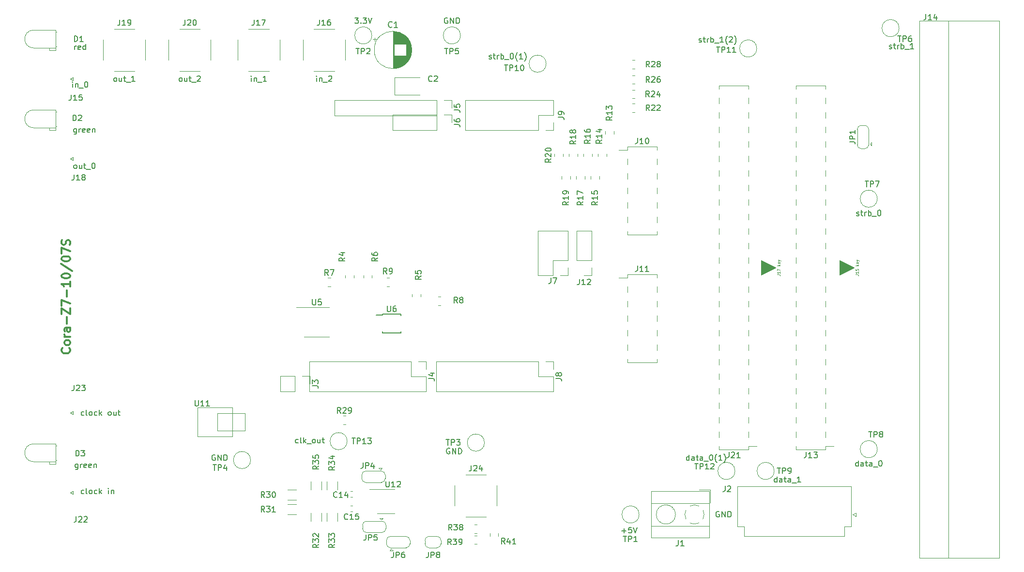
<source format=gto>
G04 #@! TF.GenerationSoftware,KiCad,Pcbnew,5.1.10-88a1d61d58~88~ubuntu18.04.1*
G04 #@! TF.CreationDate,2022-02-07T17:50:13+01:00*
G04 #@! TF.ProjectId,FPGA_buffer_board,46504741-5f62-4756-9666-65725f626f61,v1.4*
G04 #@! TF.SameCoordinates,Original*
G04 #@! TF.FileFunction,Legend,Top*
G04 #@! TF.FilePolarity,Positive*
%FSLAX46Y46*%
G04 Gerber Fmt 4.6, Leading zero omitted, Abs format (unit mm)*
G04 Created by KiCad (PCBNEW 5.1.10-88a1d61d58~88~ubuntu18.04.1) date 2022-02-07 17:50:13*
%MOMM*%
%LPD*%
G01*
G04 APERTURE LIST*
%ADD10C,0.150000*%
%ADD11C,0.100000*%
%ADD12C,0.300000*%
%ADD13C,0.120000*%
G04 APERTURE END LIST*
D10*
X168569095Y-59967761D02*
X168664333Y-60015380D01*
X168854809Y-60015380D01*
X168950047Y-59967761D01*
X168997666Y-59872523D01*
X168997666Y-59824904D01*
X168950047Y-59729666D01*
X168854809Y-59682047D01*
X168711952Y-59682047D01*
X168616714Y-59634428D01*
X168569095Y-59539190D01*
X168569095Y-59491571D01*
X168616714Y-59396333D01*
X168711952Y-59348714D01*
X168854809Y-59348714D01*
X168950047Y-59396333D01*
X169283380Y-59348714D02*
X169664333Y-59348714D01*
X169426238Y-59015380D02*
X169426238Y-59872523D01*
X169473857Y-59967761D01*
X169569095Y-60015380D01*
X169664333Y-60015380D01*
X169997666Y-60015380D02*
X169997666Y-59348714D01*
X169997666Y-59539190D02*
X170045285Y-59443952D01*
X170092904Y-59396333D01*
X170188142Y-59348714D01*
X170283380Y-59348714D01*
X170616714Y-60015380D02*
X170616714Y-59015380D01*
X170616714Y-59396333D02*
X170711952Y-59348714D01*
X170902428Y-59348714D01*
X170997666Y-59396333D01*
X171045285Y-59443952D01*
X171092904Y-59539190D01*
X171092904Y-59824904D01*
X171045285Y-59920142D01*
X170997666Y-59967761D01*
X170902428Y-60015380D01*
X170711952Y-60015380D01*
X170616714Y-59967761D01*
X171283380Y-60110619D02*
X172045285Y-60110619D01*
X172473857Y-59015380D02*
X172569095Y-59015380D01*
X172664333Y-59063000D01*
X172711952Y-59110619D01*
X172759571Y-59205857D01*
X172807190Y-59396333D01*
X172807190Y-59634428D01*
X172759571Y-59824904D01*
X172711952Y-59920142D01*
X172664333Y-59967761D01*
X172569095Y-60015380D01*
X172473857Y-60015380D01*
X172378619Y-59967761D01*
X172331000Y-59920142D01*
X172283380Y-59824904D01*
X172235761Y-59634428D01*
X172235761Y-59396333D01*
X172283380Y-59205857D01*
X172331000Y-59110619D01*
X172378619Y-59063000D01*
X172473857Y-59015380D01*
X173521476Y-60396333D02*
X173473857Y-60348714D01*
X173378619Y-60205857D01*
X173331000Y-60110619D01*
X173283380Y-59967761D01*
X173235761Y-59729666D01*
X173235761Y-59539190D01*
X173283380Y-59301095D01*
X173331000Y-59158238D01*
X173378619Y-59063000D01*
X173473857Y-58920142D01*
X173521476Y-58872523D01*
X174426238Y-60015380D02*
X173854809Y-60015380D01*
X174140523Y-60015380D02*
X174140523Y-59015380D01*
X174045285Y-59158238D01*
X173950047Y-59253476D01*
X173854809Y-59301095D01*
X174759571Y-60396333D02*
X174807190Y-60348714D01*
X174902428Y-60205857D01*
X174950047Y-60110619D01*
X174997666Y-59967761D01*
X175045285Y-59729666D01*
X175045285Y-59539190D01*
X174997666Y-59301095D01*
X174950047Y-59158238D01*
X174902428Y-59063000D01*
X174807190Y-58920142D01*
X174759571Y-58872523D01*
X205272095Y-57046761D02*
X205367333Y-57094380D01*
X205557809Y-57094380D01*
X205653047Y-57046761D01*
X205700666Y-56951523D01*
X205700666Y-56903904D01*
X205653047Y-56808666D01*
X205557809Y-56761047D01*
X205414952Y-56761047D01*
X205319714Y-56713428D01*
X205272095Y-56618190D01*
X205272095Y-56570571D01*
X205319714Y-56475333D01*
X205414952Y-56427714D01*
X205557809Y-56427714D01*
X205653047Y-56475333D01*
X205986380Y-56427714D02*
X206367333Y-56427714D01*
X206129238Y-56094380D02*
X206129238Y-56951523D01*
X206176857Y-57046761D01*
X206272095Y-57094380D01*
X206367333Y-57094380D01*
X206700666Y-57094380D02*
X206700666Y-56427714D01*
X206700666Y-56618190D02*
X206748285Y-56522952D01*
X206795904Y-56475333D01*
X206891142Y-56427714D01*
X206986380Y-56427714D01*
X207319714Y-57094380D02*
X207319714Y-56094380D01*
X207319714Y-56475333D02*
X207414952Y-56427714D01*
X207605428Y-56427714D01*
X207700666Y-56475333D01*
X207748285Y-56522952D01*
X207795904Y-56618190D01*
X207795904Y-56903904D01*
X207748285Y-56999142D01*
X207700666Y-57046761D01*
X207605428Y-57094380D01*
X207414952Y-57094380D01*
X207319714Y-57046761D01*
X207986380Y-57189619D02*
X208748285Y-57189619D01*
X209510190Y-57094380D02*
X208938761Y-57094380D01*
X209224476Y-57094380D02*
X209224476Y-56094380D01*
X209129238Y-56237238D01*
X209034000Y-56332476D01*
X208938761Y-56380095D01*
X210224476Y-57475333D02*
X210176857Y-57427714D01*
X210081619Y-57284857D01*
X210034000Y-57189619D01*
X209986380Y-57046761D01*
X209938761Y-56808666D01*
X209938761Y-56618190D01*
X209986380Y-56380095D01*
X210034000Y-56237238D01*
X210081619Y-56142000D01*
X210176857Y-55999142D01*
X210224476Y-55951523D01*
X210557809Y-56189619D02*
X210605428Y-56142000D01*
X210700666Y-56094380D01*
X210938761Y-56094380D01*
X211034000Y-56142000D01*
X211081619Y-56189619D01*
X211129238Y-56284857D01*
X211129238Y-56380095D01*
X211081619Y-56522952D01*
X210510190Y-57094380D01*
X211129238Y-57094380D01*
X211462571Y-57475333D02*
X211510190Y-57427714D01*
X211605428Y-57284857D01*
X211653047Y-57189619D01*
X211700666Y-57046761D01*
X211748285Y-56808666D01*
X211748285Y-56618190D01*
X211700666Y-56380095D01*
X211653047Y-56237238D01*
X211605428Y-56142000D01*
X211510190Y-55999142D01*
X211462571Y-55951523D01*
X218892666Y-134056380D02*
X218892666Y-133056380D01*
X218892666Y-134008761D02*
X218797428Y-134056380D01*
X218606952Y-134056380D01*
X218511714Y-134008761D01*
X218464095Y-133961142D01*
X218416476Y-133865904D01*
X218416476Y-133580190D01*
X218464095Y-133484952D01*
X218511714Y-133437333D01*
X218606952Y-133389714D01*
X218797428Y-133389714D01*
X218892666Y-133437333D01*
X219797428Y-134056380D02*
X219797428Y-133532571D01*
X219749809Y-133437333D01*
X219654571Y-133389714D01*
X219464095Y-133389714D01*
X219368857Y-133437333D01*
X219797428Y-134008761D02*
X219702190Y-134056380D01*
X219464095Y-134056380D01*
X219368857Y-134008761D01*
X219321238Y-133913523D01*
X219321238Y-133818285D01*
X219368857Y-133723047D01*
X219464095Y-133675428D01*
X219702190Y-133675428D01*
X219797428Y-133627809D01*
X220130761Y-133389714D02*
X220511714Y-133389714D01*
X220273619Y-133056380D02*
X220273619Y-133913523D01*
X220321238Y-134008761D01*
X220416476Y-134056380D01*
X220511714Y-134056380D01*
X221273619Y-134056380D02*
X221273619Y-133532571D01*
X221226000Y-133437333D01*
X221130761Y-133389714D01*
X220940285Y-133389714D01*
X220845047Y-133437333D01*
X221273619Y-134008761D02*
X221178380Y-134056380D01*
X220940285Y-134056380D01*
X220845047Y-134008761D01*
X220797428Y-133913523D01*
X220797428Y-133818285D01*
X220845047Y-133723047D01*
X220940285Y-133675428D01*
X221178380Y-133675428D01*
X221273619Y-133627809D01*
X221511714Y-134151619D02*
X222273619Y-134151619D01*
X223035523Y-134056380D02*
X222464095Y-134056380D01*
X222749809Y-134056380D02*
X222749809Y-133056380D01*
X222654571Y-133199238D01*
X222559333Y-133294476D01*
X222464095Y-133342095D01*
X161290095Y-52840000D02*
X161194857Y-52792380D01*
X161052000Y-52792380D01*
X160909142Y-52840000D01*
X160813904Y-52935238D01*
X160766285Y-53030476D01*
X160718666Y-53220952D01*
X160718666Y-53363809D01*
X160766285Y-53554285D01*
X160813904Y-53649523D01*
X160909142Y-53744761D01*
X161052000Y-53792380D01*
X161147238Y-53792380D01*
X161290095Y-53744761D01*
X161337714Y-53697142D01*
X161337714Y-53363809D01*
X161147238Y-53363809D01*
X161766285Y-53792380D02*
X161766285Y-52792380D01*
X162337714Y-53792380D01*
X162337714Y-52792380D01*
X162813904Y-53792380D02*
X162813904Y-52792380D01*
X163052000Y-52792380D01*
X163194857Y-52840000D01*
X163290095Y-52935238D01*
X163337714Y-53030476D01*
X163385333Y-53220952D01*
X163385333Y-53363809D01*
X163337714Y-53554285D01*
X163290095Y-53649523D01*
X163194857Y-53744761D01*
X163052000Y-53792380D01*
X162813904Y-53792380D01*
X145081809Y-52792380D02*
X145700857Y-52792380D01*
X145367523Y-53173333D01*
X145510380Y-53173333D01*
X145605619Y-53220952D01*
X145653238Y-53268571D01*
X145700857Y-53363809D01*
X145700857Y-53601904D01*
X145653238Y-53697142D01*
X145605619Y-53744761D01*
X145510380Y-53792380D01*
X145224666Y-53792380D01*
X145129428Y-53744761D01*
X145081809Y-53697142D01*
X146129428Y-53697142D02*
X146177047Y-53744761D01*
X146129428Y-53792380D01*
X146081809Y-53744761D01*
X146129428Y-53697142D01*
X146129428Y-53792380D01*
X146510380Y-52792380D02*
X147129428Y-52792380D01*
X146796095Y-53173333D01*
X146938952Y-53173333D01*
X147034190Y-53220952D01*
X147081809Y-53268571D01*
X147129428Y-53363809D01*
X147129428Y-53601904D01*
X147081809Y-53697142D01*
X147034190Y-53744761D01*
X146938952Y-53792380D01*
X146653238Y-53792380D01*
X146558000Y-53744761D01*
X146510380Y-53697142D01*
X147415142Y-52792380D02*
X147748476Y-53792380D01*
X148081809Y-52792380D01*
X120650095Y-129294000D02*
X120554857Y-129246380D01*
X120412000Y-129246380D01*
X120269142Y-129294000D01*
X120173904Y-129389238D01*
X120126285Y-129484476D01*
X120078666Y-129674952D01*
X120078666Y-129817809D01*
X120126285Y-130008285D01*
X120173904Y-130103523D01*
X120269142Y-130198761D01*
X120412000Y-130246380D01*
X120507238Y-130246380D01*
X120650095Y-130198761D01*
X120697714Y-130151142D01*
X120697714Y-129817809D01*
X120507238Y-129817809D01*
X121126285Y-130246380D02*
X121126285Y-129246380D01*
X121697714Y-130246380D01*
X121697714Y-129246380D01*
X122173904Y-130246380D02*
X122173904Y-129246380D01*
X122412000Y-129246380D01*
X122554857Y-129294000D01*
X122650095Y-129389238D01*
X122697714Y-129484476D01*
X122745333Y-129674952D01*
X122745333Y-129817809D01*
X122697714Y-130008285D01*
X122650095Y-130103523D01*
X122554857Y-130198761D01*
X122412000Y-130246380D01*
X122173904Y-130246380D01*
X238545952Y-58189761D02*
X238641190Y-58237380D01*
X238831666Y-58237380D01*
X238926904Y-58189761D01*
X238974523Y-58094523D01*
X238974523Y-58046904D01*
X238926904Y-57951666D01*
X238831666Y-57904047D01*
X238688809Y-57904047D01*
X238593571Y-57856428D01*
X238545952Y-57761190D01*
X238545952Y-57713571D01*
X238593571Y-57618333D01*
X238688809Y-57570714D01*
X238831666Y-57570714D01*
X238926904Y-57618333D01*
X239260238Y-57570714D02*
X239641190Y-57570714D01*
X239403095Y-57237380D02*
X239403095Y-58094523D01*
X239450714Y-58189761D01*
X239545952Y-58237380D01*
X239641190Y-58237380D01*
X239974523Y-58237380D02*
X239974523Y-57570714D01*
X239974523Y-57761190D02*
X240022142Y-57665952D01*
X240069761Y-57618333D01*
X240165000Y-57570714D01*
X240260238Y-57570714D01*
X240593571Y-58237380D02*
X240593571Y-57237380D01*
X240593571Y-57618333D02*
X240688809Y-57570714D01*
X240879285Y-57570714D01*
X240974523Y-57618333D01*
X241022142Y-57665952D01*
X241069761Y-57761190D01*
X241069761Y-58046904D01*
X241022142Y-58142142D01*
X240974523Y-58189761D01*
X240879285Y-58237380D01*
X240688809Y-58237380D01*
X240593571Y-58189761D01*
X241260238Y-58332619D02*
X242022142Y-58332619D01*
X242784047Y-58237380D02*
X242212619Y-58237380D01*
X242498333Y-58237380D02*
X242498333Y-57237380D01*
X242403095Y-57380238D01*
X242307857Y-57475476D01*
X242212619Y-57523095D01*
X232830952Y-87399761D02*
X232926190Y-87447380D01*
X233116666Y-87447380D01*
X233211904Y-87399761D01*
X233259523Y-87304523D01*
X233259523Y-87256904D01*
X233211904Y-87161666D01*
X233116666Y-87114047D01*
X232973809Y-87114047D01*
X232878571Y-87066428D01*
X232830952Y-86971190D01*
X232830952Y-86923571D01*
X232878571Y-86828333D01*
X232973809Y-86780714D01*
X233116666Y-86780714D01*
X233211904Y-86828333D01*
X233545238Y-86780714D02*
X233926190Y-86780714D01*
X233688095Y-86447380D02*
X233688095Y-87304523D01*
X233735714Y-87399761D01*
X233830952Y-87447380D01*
X233926190Y-87447380D01*
X234259523Y-87447380D02*
X234259523Y-86780714D01*
X234259523Y-86971190D02*
X234307142Y-86875952D01*
X234354761Y-86828333D01*
X234450000Y-86780714D01*
X234545238Y-86780714D01*
X234878571Y-87447380D02*
X234878571Y-86447380D01*
X234878571Y-86828333D02*
X234973809Y-86780714D01*
X235164285Y-86780714D01*
X235259523Y-86828333D01*
X235307142Y-86875952D01*
X235354761Y-86971190D01*
X235354761Y-87256904D01*
X235307142Y-87352142D01*
X235259523Y-87399761D01*
X235164285Y-87447380D01*
X234973809Y-87447380D01*
X234878571Y-87399761D01*
X235545238Y-87542619D02*
X236307142Y-87542619D01*
X236735714Y-86447380D02*
X236830952Y-86447380D01*
X236926190Y-86495000D01*
X236973809Y-86542619D01*
X237021428Y-86637857D01*
X237069047Y-86828333D01*
X237069047Y-87066428D01*
X237021428Y-87256904D01*
X236973809Y-87352142D01*
X236926190Y-87399761D01*
X236830952Y-87447380D01*
X236735714Y-87447380D01*
X236640476Y-87399761D01*
X236592857Y-87352142D01*
X236545238Y-87256904D01*
X236497619Y-87066428D01*
X236497619Y-86828333D01*
X236545238Y-86637857D01*
X236592857Y-86542619D01*
X236640476Y-86495000D01*
X236735714Y-86447380D01*
X233116666Y-131262380D02*
X233116666Y-130262380D01*
X233116666Y-131214761D02*
X233021428Y-131262380D01*
X232830952Y-131262380D01*
X232735714Y-131214761D01*
X232688095Y-131167142D01*
X232640476Y-131071904D01*
X232640476Y-130786190D01*
X232688095Y-130690952D01*
X232735714Y-130643333D01*
X232830952Y-130595714D01*
X233021428Y-130595714D01*
X233116666Y-130643333D01*
X234021428Y-131262380D02*
X234021428Y-130738571D01*
X233973809Y-130643333D01*
X233878571Y-130595714D01*
X233688095Y-130595714D01*
X233592857Y-130643333D01*
X234021428Y-131214761D02*
X233926190Y-131262380D01*
X233688095Y-131262380D01*
X233592857Y-131214761D01*
X233545238Y-131119523D01*
X233545238Y-131024285D01*
X233592857Y-130929047D01*
X233688095Y-130881428D01*
X233926190Y-130881428D01*
X234021428Y-130833809D01*
X234354761Y-130595714D02*
X234735714Y-130595714D01*
X234497619Y-130262380D02*
X234497619Y-131119523D01*
X234545238Y-131214761D01*
X234640476Y-131262380D01*
X234735714Y-131262380D01*
X235497619Y-131262380D02*
X235497619Y-130738571D01*
X235450000Y-130643333D01*
X235354761Y-130595714D01*
X235164285Y-130595714D01*
X235069047Y-130643333D01*
X235497619Y-131214761D02*
X235402380Y-131262380D01*
X235164285Y-131262380D01*
X235069047Y-131214761D01*
X235021428Y-131119523D01*
X235021428Y-131024285D01*
X235069047Y-130929047D01*
X235164285Y-130881428D01*
X235402380Y-130881428D01*
X235497619Y-130833809D01*
X235735714Y-131357619D02*
X236497619Y-131357619D01*
X236926190Y-130262380D02*
X237021428Y-130262380D01*
X237116666Y-130310000D01*
X237164285Y-130357619D01*
X237211904Y-130452857D01*
X237259523Y-130643333D01*
X237259523Y-130881428D01*
X237211904Y-131071904D01*
X237164285Y-131167142D01*
X237116666Y-131214761D01*
X237021428Y-131262380D01*
X236926190Y-131262380D01*
X236830952Y-131214761D01*
X236783333Y-131167142D01*
X236735714Y-131071904D01*
X236688095Y-130881428D01*
X236688095Y-130643333D01*
X236735714Y-130452857D01*
X236783333Y-130357619D01*
X236830952Y-130310000D01*
X236926190Y-130262380D01*
X203525809Y-130246380D02*
X203525809Y-129246380D01*
X203525809Y-130198761D02*
X203430571Y-130246380D01*
X203240095Y-130246380D01*
X203144857Y-130198761D01*
X203097238Y-130151142D01*
X203049619Y-130055904D01*
X203049619Y-129770190D01*
X203097238Y-129674952D01*
X203144857Y-129627333D01*
X203240095Y-129579714D01*
X203430571Y-129579714D01*
X203525809Y-129627333D01*
X204430571Y-130246380D02*
X204430571Y-129722571D01*
X204382952Y-129627333D01*
X204287714Y-129579714D01*
X204097238Y-129579714D01*
X204002000Y-129627333D01*
X204430571Y-130198761D02*
X204335333Y-130246380D01*
X204097238Y-130246380D01*
X204002000Y-130198761D01*
X203954380Y-130103523D01*
X203954380Y-130008285D01*
X204002000Y-129913047D01*
X204097238Y-129865428D01*
X204335333Y-129865428D01*
X204430571Y-129817809D01*
X204763904Y-129579714D02*
X205144857Y-129579714D01*
X204906761Y-129246380D02*
X204906761Y-130103523D01*
X204954380Y-130198761D01*
X205049619Y-130246380D01*
X205144857Y-130246380D01*
X205906761Y-130246380D02*
X205906761Y-129722571D01*
X205859142Y-129627333D01*
X205763904Y-129579714D01*
X205573428Y-129579714D01*
X205478190Y-129627333D01*
X205906761Y-130198761D02*
X205811523Y-130246380D01*
X205573428Y-130246380D01*
X205478190Y-130198761D01*
X205430571Y-130103523D01*
X205430571Y-130008285D01*
X205478190Y-129913047D01*
X205573428Y-129865428D01*
X205811523Y-129865428D01*
X205906761Y-129817809D01*
X206144857Y-130341619D02*
X206906761Y-130341619D01*
X207335333Y-129246380D02*
X207430571Y-129246380D01*
X207525809Y-129294000D01*
X207573428Y-129341619D01*
X207621047Y-129436857D01*
X207668666Y-129627333D01*
X207668666Y-129865428D01*
X207621047Y-130055904D01*
X207573428Y-130151142D01*
X207525809Y-130198761D01*
X207430571Y-130246380D01*
X207335333Y-130246380D01*
X207240095Y-130198761D01*
X207192476Y-130151142D01*
X207144857Y-130055904D01*
X207097238Y-129865428D01*
X207097238Y-129627333D01*
X207144857Y-129436857D01*
X207192476Y-129341619D01*
X207240095Y-129294000D01*
X207335333Y-129246380D01*
X208382952Y-130627333D02*
X208335333Y-130579714D01*
X208240095Y-130436857D01*
X208192476Y-130341619D01*
X208144857Y-130198761D01*
X208097238Y-129960666D01*
X208097238Y-129770190D01*
X208144857Y-129532095D01*
X208192476Y-129389238D01*
X208240095Y-129294000D01*
X208335333Y-129151142D01*
X208382952Y-129103523D01*
X209287714Y-130246380D02*
X208716285Y-130246380D01*
X209002000Y-130246380D02*
X209002000Y-129246380D01*
X208906761Y-129389238D01*
X208811523Y-129484476D01*
X208716285Y-129532095D01*
X209621047Y-130627333D02*
X209668666Y-130579714D01*
X209763904Y-130436857D01*
X209811523Y-130341619D01*
X209859142Y-130198761D01*
X209906761Y-129960666D01*
X209906761Y-129770190D01*
X209859142Y-129532095D01*
X209811523Y-129389238D01*
X209763904Y-129294000D01*
X209668666Y-129151142D01*
X209621047Y-129103523D01*
X135160000Y-127150761D02*
X135064761Y-127198380D01*
X134874285Y-127198380D01*
X134779047Y-127150761D01*
X134731428Y-127103142D01*
X134683809Y-127007904D01*
X134683809Y-126722190D01*
X134731428Y-126626952D01*
X134779047Y-126579333D01*
X134874285Y-126531714D01*
X135064761Y-126531714D01*
X135160000Y-126579333D01*
X135731428Y-127198380D02*
X135636190Y-127150761D01*
X135588571Y-127055523D01*
X135588571Y-126198380D01*
X136112380Y-127198380D02*
X136112380Y-126198380D01*
X136207619Y-126817428D02*
X136493333Y-127198380D01*
X136493333Y-126531714D02*
X136112380Y-126912666D01*
X136683809Y-127293619D02*
X137445714Y-127293619D01*
X137826666Y-127198380D02*
X137731428Y-127150761D01*
X137683809Y-127103142D01*
X137636190Y-127007904D01*
X137636190Y-126722190D01*
X137683809Y-126626952D01*
X137731428Y-126579333D01*
X137826666Y-126531714D01*
X137969523Y-126531714D01*
X138064761Y-126579333D01*
X138112380Y-126626952D01*
X138160000Y-126722190D01*
X138160000Y-127007904D01*
X138112380Y-127103142D01*
X138064761Y-127150761D01*
X137969523Y-127198380D01*
X137826666Y-127198380D01*
X139017142Y-126531714D02*
X139017142Y-127198380D01*
X138588571Y-126531714D02*
X138588571Y-127055523D01*
X138636190Y-127150761D01*
X138731428Y-127198380D01*
X138874285Y-127198380D01*
X138969523Y-127150761D01*
X139017142Y-127103142D01*
X139350476Y-126531714D02*
X139731428Y-126531714D01*
X139493333Y-126198380D02*
X139493333Y-127055523D01*
X139540952Y-127150761D01*
X139636190Y-127198380D01*
X139731428Y-127198380D01*
X161671095Y-128151000D02*
X161575857Y-128103380D01*
X161433000Y-128103380D01*
X161290142Y-128151000D01*
X161194904Y-128246238D01*
X161147285Y-128341476D01*
X161099666Y-128531952D01*
X161099666Y-128674809D01*
X161147285Y-128865285D01*
X161194904Y-128960523D01*
X161290142Y-129055761D01*
X161433000Y-129103380D01*
X161528238Y-129103380D01*
X161671095Y-129055761D01*
X161718714Y-129008142D01*
X161718714Y-128674809D01*
X161528238Y-128674809D01*
X162147285Y-129103380D02*
X162147285Y-128103380D01*
X162718714Y-129103380D01*
X162718714Y-128103380D01*
X163194904Y-129103380D02*
X163194904Y-128103380D01*
X163433000Y-128103380D01*
X163575857Y-128151000D01*
X163671095Y-128246238D01*
X163718714Y-128341476D01*
X163766333Y-128531952D01*
X163766333Y-128674809D01*
X163718714Y-128865285D01*
X163671095Y-128960523D01*
X163575857Y-129055761D01*
X163433000Y-129103380D01*
X163194904Y-129103380D01*
X138390476Y-63952380D02*
X138390476Y-63285714D01*
X138390476Y-62952380D02*
X138342857Y-63000000D01*
X138390476Y-63047619D01*
X138438095Y-63000000D01*
X138390476Y-62952380D01*
X138390476Y-63047619D01*
X138866666Y-63285714D02*
X138866666Y-63952380D01*
X138866666Y-63380952D02*
X138914285Y-63333333D01*
X139009523Y-63285714D01*
X139152380Y-63285714D01*
X139247619Y-63333333D01*
X139295238Y-63428571D01*
X139295238Y-63952380D01*
X139533333Y-64047619D02*
X140295238Y-64047619D01*
X140485714Y-63047619D02*
X140533333Y-63000000D01*
X140628571Y-62952380D01*
X140866666Y-62952380D01*
X140961904Y-63000000D01*
X141009523Y-63047619D01*
X141057142Y-63142857D01*
X141057142Y-63238095D01*
X141009523Y-63380952D01*
X140438095Y-63952380D01*
X141057142Y-63952380D01*
X126960476Y-63952380D02*
X126960476Y-63285714D01*
X126960476Y-62952380D02*
X126912857Y-63000000D01*
X126960476Y-63047619D01*
X127008095Y-63000000D01*
X126960476Y-62952380D01*
X126960476Y-63047619D01*
X127436666Y-63285714D02*
X127436666Y-63952380D01*
X127436666Y-63380952D02*
X127484285Y-63333333D01*
X127579523Y-63285714D01*
X127722380Y-63285714D01*
X127817619Y-63333333D01*
X127865238Y-63428571D01*
X127865238Y-63952380D01*
X128103333Y-64047619D02*
X128865238Y-64047619D01*
X129627142Y-63952380D02*
X129055714Y-63952380D01*
X129341428Y-63952380D02*
X129341428Y-62952380D01*
X129246190Y-63095238D01*
X129150952Y-63190476D01*
X129055714Y-63238095D01*
X114538333Y-63952380D02*
X114443095Y-63904761D01*
X114395476Y-63857142D01*
X114347857Y-63761904D01*
X114347857Y-63476190D01*
X114395476Y-63380952D01*
X114443095Y-63333333D01*
X114538333Y-63285714D01*
X114681190Y-63285714D01*
X114776428Y-63333333D01*
X114824047Y-63380952D01*
X114871666Y-63476190D01*
X114871666Y-63761904D01*
X114824047Y-63857142D01*
X114776428Y-63904761D01*
X114681190Y-63952380D01*
X114538333Y-63952380D01*
X115728809Y-63285714D02*
X115728809Y-63952380D01*
X115300238Y-63285714D02*
X115300238Y-63809523D01*
X115347857Y-63904761D01*
X115443095Y-63952380D01*
X115585952Y-63952380D01*
X115681190Y-63904761D01*
X115728809Y-63857142D01*
X116062142Y-63285714D02*
X116443095Y-63285714D01*
X116205000Y-62952380D02*
X116205000Y-63809523D01*
X116252619Y-63904761D01*
X116347857Y-63952380D01*
X116443095Y-63952380D01*
X116538333Y-64047619D02*
X117300238Y-64047619D01*
X117490714Y-63047619D02*
X117538333Y-63000000D01*
X117633571Y-62952380D01*
X117871666Y-62952380D01*
X117966904Y-63000000D01*
X118014523Y-63047619D01*
X118062142Y-63142857D01*
X118062142Y-63238095D01*
X118014523Y-63380952D01*
X117443095Y-63952380D01*
X118062142Y-63952380D01*
X96639238Y-130849714D02*
X96639238Y-131659238D01*
X96591619Y-131754476D01*
X96544000Y-131802095D01*
X96448761Y-131849714D01*
X96305904Y-131849714D01*
X96210666Y-131802095D01*
X96639238Y-131468761D02*
X96544000Y-131516380D01*
X96353523Y-131516380D01*
X96258285Y-131468761D01*
X96210666Y-131421142D01*
X96163047Y-131325904D01*
X96163047Y-131040190D01*
X96210666Y-130944952D01*
X96258285Y-130897333D01*
X96353523Y-130849714D01*
X96544000Y-130849714D01*
X96639238Y-130897333D01*
X97115428Y-131516380D02*
X97115428Y-130849714D01*
X97115428Y-131040190D02*
X97163047Y-130944952D01*
X97210666Y-130897333D01*
X97305904Y-130849714D01*
X97401142Y-130849714D01*
X98115428Y-131468761D02*
X98020190Y-131516380D01*
X97829714Y-131516380D01*
X97734476Y-131468761D01*
X97686857Y-131373523D01*
X97686857Y-130992571D01*
X97734476Y-130897333D01*
X97829714Y-130849714D01*
X98020190Y-130849714D01*
X98115428Y-130897333D01*
X98163047Y-130992571D01*
X98163047Y-131087809D01*
X97686857Y-131183047D01*
X98972571Y-131468761D02*
X98877333Y-131516380D01*
X98686857Y-131516380D01*
X98591619Y-131468761D01*
X98544000Y-131373523D01*
X98544000Y-130992571D01*
X98591619Y-130897333D01*
X98686857Y-130849714D01*
X98877333Y-130849714D01*
X98972571Y-130897333D01*
X99020190Y-130992571D01*
X99020190Y-131087809D01*
X98544000Y-131183047D01*
X99448761Y-130849714D02*
X99448761Y-131516380D01*
X99448761Y-130944952D02*
X99496380Y-130897333D01*
X99591619Y-130849714D01*
X99734476Y-130849714D01*
X99829714Y-130897333D01*
X99877333Y-130992571D01*
X99877333Y-131516380D01*
X96385238Y-72175714D02*
X96385238Y-72985238D01*
X96337619Y-73080476D01*
X96290000Y-73128095D01*
X96194761Y-73175714D01*
X96051904Y-73175714D01*
X95956666Y-73128095D01*
X96385238Y-72794761D02*
X96290000Y-72842380D01*
X96099523Y-72842380D01*
X96004285Y-72794761D01*
X95956666Y-72747142D01*
X95909047Y-72651904D01*
X95909047Y-72366190D01*
X95956666Y-72270952D01*
X96004285Y-72223333D01*
X96099523Y-72175714D01*
X96290000Y-72175714D01*
X96385238Y-72223333D01*
X96861428Y-72842380D02*
X96861428Y-72175714D01*
X96861428Y-72366190D02*
X96909047Y-72270952D01*
X96956666Y-72223333D01*
X97051904Y-72175714D01*
X97147142Y-72175714D01*
X97861428Y-72794761D02*
X97766190Y-72842380D01*
X97575714Y-72842380D01*
X97480476Y-72794761D01*
X97432857Y-72699523D01*
X97432857Y-72318571D01*
X97480476Y-72223333D01*
X97575714Y-72175714D01*
X97766190Y-72175714D01*
X97861428Y-72223333D01*
X97909047Y-72318571D01*
X97909047Y-72413809D01*
X97432857Y-72509047D01*
X98718571Y-72794761D02*
X98623333Y-72842380D01*
X98432857Y-72842380D01*
X98337619Y-72794761D01*
X98290000Y-72699523D01*
X98290000Y-72318571D01*
X98337619Y-72223333D01*
X98432857Y-72175714D01*
X98623333Y-72175714D01*
X98718571Y-72223333D01*
X98766190Y-72318571D01*
X98766190Y-72413809D01*
X98290000Y-72509047D01*
X99194761Y-72175714D02*
X99194761Y-72842380D01*
X99194761Y-72270952D02*
X99242380Y-72223333D01*
X99337619Y-72175714D01*
X99480476Y-72175714D01*
X99575714Y-72223333D01*
X99623333Y-72318571D01*
X99623333Y-72842380D01*
X96075619Y-58364380D02*
X96075619Y-57697714D01*
X96075619Y-57888190D02*
X96123238Y-57792952D01*
X96170857Y-57745333D01*
X96266095Y-57697714D01*
X96361333Y-57697714D01*
X97075619Y-58316761D02*
X96980380Y-58364380D01*
X96789904Y-58364380D01*
X96694666Y-58316761D01*
X96647047Y-58221523D01*
X96647047Y-57840571D01*
X96694666Y-57745333D01*
X96789904Y-57697714D01*
X96980380Y-57697714D01*
X97075619Y-57745333D01*
X97123238Y-57840571D01*
X97123238Y-57935809D01*
X96647047Y-58031047D01*
X97980380Y-58364380D02*
X97980380Y-57364380D01*
X97980380Y-58316761D02*
X97885142Y-58364380D01*
X97694666Y-58364380D01*
X97599428Y-58316761D01*
X97551809Y-58269142D01*
X97504190Y-58173904D01*
X97504190Y-57888190D01*
X97551809Y-57792952D01*
X97599428Y-57745333D01*
X97694666Y-57697714D01*
X97885142Y-57697714D01*
X97980380Y-57745333D01*
X95718476Y-64968380D02*
X95718476Y-64301714D01*
X95718476Y-63968380D02*
X95670857Y-64016000D01*
X95718476Y-64063619D01*
X95766095Y-64016000D01*
X95718476Y-63968380D01*
X95718476Y-64063619D01*
X96194666Y-64301714D02*
X96194666Y-64968380D01*
X96194666Y-64396952D02*
X96242285Y-64349333D01*
X96337523Y-64301714D01*
X96480380Y-64301714D01*
X96575619Y-64349333D01*
X96623238Y-64444571D01*
X96623238Y-64968380D01*
X96861333Y-65063619D02*
X97623238Y-65063619D01*
X98051809Y-63968380D02*
X98147047Y-63968380D01*
X98242285Y-64016000D01*
X98289904Y-64063619D01*
X98337523Y-64158857D01*
X98385142Y-64349333D01*
X98385142Y-64587428D01*
X98337523Y-64777904D01*
X98289904Y-64873142D01*
X98242285Y-64920761D01*
X98147047Y-64968380D01*
X98051809Y-64968380D01*
X97956571Y-64920761D01*
X97908952Y-64873142D01*
X97861333Y-64777904D01*
X97813714Y-64587428D01*
X97813714Y-64349333D01*
X97861333Y-64158857D01*
X97908952Y-64063619D01*
X97956571Y-64016000D01*
X98051809Y-63968380D01*
X208788095Y-139200000D02*
X208692857Y-139152380D01*
X208550000Y-139152380D01*
X208407142Y-139200000D01*
X208311904Y-139295238D01*
X208264285Y-139390476D01*
X208216666Y-139580952D01*
X208216666Y-139723809D01*
X208264285Y-139914285D01*
X208311904Y-140009523D01*
X208407142Y-140104761D01*
X208550000Y-140152380D01*
X208645238Y-140152380D01*
X208788095Y-140104761D01*
X208835714Y-140057142D01*
X208835714Y-139723809D01*
X208645238Y-139723809D01*
X209264285Y-140152380D02*
X209264285Y-139152380D01*
X209835714Y-140152380D01*
X209835714Y-139152380D01*
X210311904Y-140152380D02*
X210311904Y-139152380D01*
X210550000Y-139152380D01*
X210692857Y-139200000D01*
X210788095Y-139295238D01*
X210835714Y-139390476D01*
X210883333Y-139580952D01*
X210883333Y-139723809D01*
X210835714Y-139914285D01*
X210788095Y-140009523D01*
X210692857Y-140104761D01*
X210550000Y-140152380D01*
X210311904Y-140152380D01*
X191754285Y-142565428D02*
X192516190Y-142565428D01*
X192135238Y-142946380D02*
X192135238Y-142184476D01*
X193468571Y-141946380D02*
X192992380Y-141946380D01*
X192944761Y-142422571D01*
X192992380Y-142374952D01*
X193087619Y-142327333D01*
X193325714Y-142327333D01*
X193420952Y-142374952D01*
X193468571Y-142422571D01*
X193516190Y-142517809D01*
X193516190Y-142755904D01*
X193468571Y-142851142D01*
X193420952Y-142898761D01*
X193325714Y-142946380D01*
X193087619Y-142946380D01*
X192992380Y-142898761D01*
X192944761Y-142851142D01*
X193801904Y-141946380D02*
X194135238Y-142946380D01*
X194468571Y-141946380D01*
D11*
G36*
X218694000Y-96520000D02*
G01*
X216154000Y-97790000D01*
X216154000Y-95250000D01*
X218694000Y-96520000D01*
G37*
X218694000Y-96520000D02*
X216154000Y-97790000D01*
X216154000Y-95250000D01*
X218694000Y-96520000D01*
X218928190Y-97722380D02*
X219285333Y-97722380D01*
X219356761Y-97746190D01*
X219404380Y-97793809D01*
X219428190Y-97865238D01*
X219428190Y-97912857D01*
X219428190Y-97222380D02*
X219428190Y-97508095D01*
X219428190Y-97365238D02*
X218928190Y-97365238D01*
X218999619Y-97412857D01*
X219047238Y-97460476D01*
X219071047Y-97508095D01*
X218928190Y-97055714D02*
X218928190Y-96722380D01*
X219428190Y-96936666D01*
X219428190Y-96150952D02*
X218928190Y-96150952D01*
X219237714Y-96103333D02*
X219428190Y-95960476D01*
X219094857Y-95960476D02*
X219285333Y-96150952D01*
X219404380Y-95555714D02*
X219428190Y-95603333D01*
X219428190Y-95698571D01*
X219404380Y-95746190D01*
X219356761Y-95770000D01*
X219166285Y-95770000D01*
X219118666Y-95746190D01*
X219094857Y-95698571D01*
X219094857Y-95603333D01*
X219118666Y-95555714D01*
X219166285Y-95531904D01*
X219213904Y-95531904D01*
X219261523Y-95770000D01*
X219094857Y-95365238D02*
X219428190Y-95246190D01*
X219094857Y-95127142D02*
X219428190Y-95246190D01*
X219547238Y-95293809D01*
X219571047Y-95317619D01*
X219594857Y-95365238D01*
X232644190Y-97722380D02*
X233001333Y-97722380D01*
X233072761Y-97746190D01*
X233120380Y-97793809D01*
X233144190Y-97865238D01*
X233144190Y-97912857D01*
X233144190Y-97222380D02*
X233144190Y-97508095D01*
X233144190Y-97365238D02*
X232644190Y-97365238D01*
X232715619Y-97412857D01*
X232763238Y-97460476D01*
X232787047Y-97508095D01*
X232644190Y-96770000D02*
X232644190Y-97008095D01*
X232882285Y-97031904D01*
X232858476Y-97008095D01*
X232834666Y-96960476D01*
X232834666Y-96841428D01*
X232858476Y-96793809D01*
X232882285Y-96770000D01*
X232929904Y-96746190D01*
X233048952Y-96746190D01*
X233096571Y-96770000D01*
X233120380Y-96793809D01*
X233144190Y-96841428D01*
X233144190Y-96960476D01*
X233120380Y-97008095D01*
X233096571Y-97031904D01*
X233144190Y-96150952D02*
X232644190Y-96150952D01*
X232953714Y-96103333D02*
X233144190Y-95960476D01*
X232810857Y-95960476D02*
X233001333Y-96150952D01*
X233120380Y-95555714D02*
X233144190Y-95603333D01*
X233144190Y-95698571D01*
X233120380Y-95746190D01*
X233072761Y-95770000D01*
X232882285Y-95770000D01*
X232834666Y-95746190D01*
X232810857Y-95698571D01*
X232810857Y-95603333D01*
X232834666Y-95555714D01*
X232882285Y-95531904D01*
X232929904Y-95531904D01*
X232977523Y-95770000D01*
X232810857Y-95365238D02*
X233144190Y-95246190D01*
X232810857Y-95127142D02*
X233144190Y-95246190D01*
X233263238Y-95293809D01*
X233287047Y-95317619D01*
X233310857Y-95365238D01*
G36*
X232410000Y-96520000D02*
G01*
X229870000Y-97790000D01*
X229870000Y-95250000D01*
X232410000Y-96520000D01*
G37*
X232410000Y-96520000D02*
X229870000Y-97790000D01*
X229870000Y-95250000D01*
X232410000Y-96520000D01*
D10*
X96123333Y-79192380D02*
X96028095Y-79144761D01*
X95980476Y-79097142D01*
X95932857Y-79001904D01*
X95932857Y-78716190D01*
X95980476Y-78620952D01*
X96028095Y-78573333D01*
X96123333Y-78525714D01*
X96266190Y-78525714D01*
X96361428Y-78573333D01*
X96409047Y-78620952D01*
X96456666Y-78716190D01*
X96456666Y-79001904D01*
X96409047Y-79097142D01*
X96361428Y-79144761D01*
X96266190Y-79192380D01*
X96123333Y-79192380D01*
X97313809Y-78525714D02*
X97313809Y-79192380D01*
X96885238Y-78525714D02*
X96885238Y-79049523D01*
X96932857Y-79144761D01*
X97028095Y-79192380D01*
X97170952Y-79192380D01*
X97266190Y-79144761D01*
X97313809Y-79097142D01*
X97647142Y-78525714D02*
X98028095Y-78525714D01*
X97790000Y-78192380D02*
X97790000Y-79049523D01*
X97837619Y-79144761D01*
X97932857Y-79192380D01*
X98028095Y-79192380D01*
X98123333Y-79287619D02*
X98885238Y-79287619D01*
X99313809Y-78192380D02*
X99409047Y-78192380D01*
X99504285Y-78240000D01*
X99551904Y-78287619D01*
X99599523Y-78382857D01*
X99647142Y-78573333D01*
X99647142Y-78811428D01*
X99599523Y-79001904D01*
X99551904Y-79097142D01*
X99504285Y-79144761D01*
X99409047Y-79192380D01*
X99313809Y-79192380D01*
X99218571Y-79144761D01*
X99170952Y-79097142D01*
X99123333Y-79001904D01*
X99075714Y-78811428D01*
X99075714Y-78573333D01*
X99123333Y-78382857D01*
X99170952Y-78287619D01*
X99218571Y-78240000D01*
X99313809Y-78192380D01*
X103108333Y-63952380D02*
X103013095Y-63904761D01*
X102965476Y-63857142D01*
X102917857Y-63761904D01*
X102917857Y-63476190D01*
X102965476Y-63380952D01*
X103013095Y-63333333D01*
X103108333Y-63285714D01*
X103251190Y-63285714D01*
X103346428Y-63333333D01*
X103394047Y-63380952D01*
X103441666Y-63476190D01*
X103441666Y-63761904D01*
X103394047Y-63857142D01*
X103346428Y-63904761D01*
X103251190Y-63952380D01*
X103108333Y-63952380D01*
X104298809Y-63285714D02*
X104298809Y-63952380D01*
X103870238Y-63285714D02*
X103870238Y-63809523D01*
X103917857Y-63904761D01*
X104013095Y-63952380D01*
X104155952Y-63952380D01*
X104251190Y-63904761D01*
X104298809Y-63857142D01*
X104632142Y-63285714D02*
X105013095Y-63285714D01*
X104775000Y-62952380D02*
X104775000Y-63809523D01*
X104822619Y-63904761D01*
X104917857Y-63952380D01*
X105013095Y-63952380D01*
X105108333Y-64047619D02*
X105870238Y-64047619D01*
X106632142Y-63952380D02*
X106060714Y-63952380D01*
X106346428Y-63952380D02*
X106346428Y-62952380D01*
X106251190Y-63095238D01*
X106155952Y-63190476D01*
X106060714Y-63238095D01*
X97703047Y-122324761D02*
X97607809Y-122372380D01*
X97417333Y-122372380D01*
X97322095Y-122324761D01*
X97274476Y-122277142D01*
X97226857Y-122181904D01*
X97226857Y-121896190D01*
X97274476Y-121800952D01*
X97322095Y-121753333D01*
X97417333Y-121705714D01*
X97607809Y-121705714D01*
X97703047Y-121753333D01*
X98274476Y-122372380D02*
X98179238Y-122324761D01*
X98131619Y-122229523D01*
X98131619Y-121372380D01*
X98798285Y-122372380D02*
X98703047Y-122324761D01*
X98655428Y-122277142D01*
X98607809Y-122181904D01*
X98607809Y-121896190D01*
X98655428Y-121800952D01*
X98703047Y-121753333D01*
X98798285Y-121705714D01*
X98941142Y-121705714D01*
X99036380Y-121753333D01*
X99084000Y-121800952D01*
X99131619Y-121896190D01*
X99131619Y-122181904D01*
X99084000Y-122277142D01*
X99036380Y-122324761D01*
X98941142Y-122372380D01*
X98798285Y-122372380D01*
X99988761Y-122324761D02*
X99893523Y-122372380D01*
X99703047Y-122372380D01*
X99607809Y-122324761D01*
X99560190Y-122277142D01*
X99512571Y-122181904D01*
X99512571Y-121896190D01*
X99560190Y-121800952D01*
X99607809Y-121753333D01*
X99703047Y-121705714D01*
X99893523Y-121705714D01*
X99988761Y-121753333D01*
X100417333Y-122372380D02*
X100417333Y-121372380D01*
X100512571Y-121991428D02*
X100798285Y-122372380D01*
X100798285Y-121705714D02*
X100417333Y-122086666D01*
X102131619Y-122372380D02*
X102036380Y-122324761D01*
X101988761Y-122277142D01*
X101941142Y-122181904D01*
X101941142Y-121896190D01*
X101988761Y-121800952D01*
X102036380Y-121753333D01*
X102131619Y-121705714D01*
X102274476Y-121705714D01*
X102369714Y-121753333D01*
X102417333Y-121800952D01*
X102464952Y-121896190D01*
X102464952Y-122181904D01*
X102417333Y-122277142D01*
X102369714Y-122324761D01*
X102274476Y-122372380D01*
X102131619Y-122372380D01*
X103322095Y-121705714D02*
X103322095Y-122372380D01*
X102893523Y-121705714D02*
X102893523Y-122229523D01*
X102941142Y-122324761D01*
X103036380Y-122372380D01*
X103179238Y-122372380D01*
X103274476Y-122324761D01*
X103322095Y-122277142D01*
X103655428Y-121705714D02*
X104036380Y-121705714D01*
X103798285Y-121372380D02*
X103798285Y-122229523D01*
X103845904Y-122324761D01*
X103941142Y-122372380D01*
X104036380Y-122372380D01*
X97695047Y-136040761D02*
X97599809Y-136088380D01*
X97409333Y-136088380D01*
X97314095Y-136040761D01*
X97266476Y-135993142D01*
X97218857Y-135897904D01*
X97218857Y-135612190D01*
X97266476Y-135516952D01*
X97314095Y-135469333D01*
X97409333Y-135421714D01*
X97599809Y-135421714D01*
X97695047Y-135469333D01*
X98266476Y-136088380D02*
X98171238Y-136040761D01*
X98123619Y-135945523D01*
X98123619Y-135088380D01*
X98790285Y-136088380D02*
X98695047Y-136040761D01*
X98647428Y-135993142D01*
X98599809Y-135897904D01*
X98599809Y-135612190D01*
X98647428Y-135516952D01*
X98695047Y-135469333D01*
X98790285Y-135421714D01*
X98933142Y-135421714D01*
X99028380Y-135469333D01*
X99076000Y-135516952D01*
X99123619Y-135612190D01*
X99123619Y-135897904D01*
X99076000Y-135993142D01*
X99028380Y-136040761D01*
X98933142Y-136088380D01*
X98790285Y-136088380D01*
X99980761Y-136040761D02*
X99885523Y-136088380D01*
X99695047Y-136088380D01*
X99599809Y-136040761D01*
X99552190Y-135993142D01*
X99504571Y-135897904D01*
X99504571Y-135612190D01*
X99552190Y-135516952D01*
X99599809Y-135469333D01*
X99695047Y-135421714D01*
X99885523Y-135421714D01*
X99980761Y-135469333D01*
X100409333Y-136088380D02*
X100409333Y-135088380D01*
X100504571Y-135707428D02*
X100790285Y-136088380D01*
X100790285Y-135421714D02*
X100409333Y-135802666D01*
X101980761Y-136088380D02*
X101980761Y-135421714D01*
X101980761Y-135088380D02*
X101933142Y-135136000D01*
X101980761Y-135183619D01*
X102028380Y-135136000D01*
X101980761Y-135088380D01*
X101980761Y-135183619D01*
X102456952Y-135421714D02*
X102456952Y-136088380D01*
X102456952Y-135516952D02*
X102504571Y-135469333D01*
X102599809Y-135421714D01*
X102742666Y-135421714D01*
X102837904Y-135469333D01*
X102885523Y-135564571D01*
X102885523Y-136088380D01*
D12*
X95150714Y-110600000D02*
X95222142Y-110671428D01*
X95293571Y-110885714D01*
X95293571Y-111028571D01*
X95222142Y-111242857D01*
X95079285Y-111385714D01*
X94936428Y-111457142D01*
X94650714Y-111528571D01*
X94436428Y-111528571D01*
X94150714Y-111457142D01*
X94007857Y-111385714D01*
X93865000Y-111242857D01*
X93793571Y-111028571D01*
X93793571Y-110885714D01*
X93865000Y-110671428D01*
X93936428Y-110600000D01*
X95293571Y-109742857D02*
X95222142Y-109885714D01*
X95150714Y-109957142D01*
X95007857Y-110028571D01*
X94579285Y-110028571D01*
X94436428Y-109957142D01*
X94365000Y-109885714D01*
X94293571Y-109742857D01*
X94293571Y-109528571D01*
X94365000Y-109385714D01*
X94436428Y-109314285D01*
X94579285Y-109242857D01*
X95007857Y-109242857D01*
X95150714Y-109314285D01*
X95222142Y-109385714D01*
X95293571Y-109528571D01*
X95293571Y-109742857D01*
X95293571Y-108600000D02*
X94293571Y-108600000D01*
X94579285Y-108600000D02*
X94436428Y-108528571D01*
X94365000Y-108457142D01*
X94293571Y-108314285D01*
X94293571Y-108171428D01*
X95293571Y-107028571D02*
X94507857Y-107028571D01*
X94365000Y-107100000D01*
X94293571Y-107242857D01*
X94293571Y-107528571D01*
X94365000Y-107671428D01*
X95222142Y-107028571D02*
X95293571Y-107171428D01*
X95293571Y-107528571D01*
X95222142Y-107671428D01*
X95079285Y-107742857D01*
X94936428Y-107742857D01*
X94793571Y-107671428D01*
X94722142Y-107528571D01*
X94722142Y-107171428D01*
X94650714Y-107028571D01*
X94722142Y-106314285D02*
X94722142Y-105171428D01*
X93793571Y-104600000D02*
X93793571Y-103600000D01*
X95293571Y-104600000D01*
X95293571Y-103600000D01*
X93793571Y-103171428D02*
X93793571Y-102171428D01*
X95293571Y-102814285D01*
X94722142Y-101600000D02*
X94722142Y-100457142D01*
X95293571Y-98957142D02*
X95293571Y-99814285D01*
X95293571Y-99385714D02*
X93793571Y-99385714D01*
X94007857Y-99528571D01*
X94150714Y-99671428D01*
X94222142Y-99814285D01*
X93793571Y-98028571D02*
X93793571Y-97885714D01*
X93865000Y-97742857D01*
X93936428Y-97671428D01*
X94079285Y-97600000D01*
X94365000Y-97528571D01*
X94722142Y-97528571D01*
X95007857Y-97600000D01*
X95150714Y-97671428D01*
X95222142Y-97742857D01*
X95293571Y-97885714D01*
X95293571Y-98028571D01*
X95222142Y-98171428D01*
X95150714Y-98242857D01*
X95007857Y-98314285D01*
X94722142Y-98385714D01*
X94365000Y-98385714D01*
X94079285Y-98314285D01*
X93936428Y-98242857D01*
X93865000Y-98171428D01*
X93793571Y-98028571D01*
X93722142Y-95814285D02*
X95650714Y-97100000D01*
X93793571Y-95028571D02*
X93793571Y-94885714D01*
X93865000Y-94742857D01*
X93936428Y-94671428D01*
X94079285Y-94600000D01*
X94365000Y-94528571D01*
X94722142Y-94528571D01*
X95007857Y-94600000D01*
X95150714Y-94671428D01*
X95222142Y-94742857D01*
X95293571Y-94885714D01*
X95293571Y-95028571D01*
X95222142Y-95171428D01*
X95150714Y-95242857D01*
X95007857Y-95314285D01*
X94722142Y-95385714D01*
X94365000Y-95385714D01*
X94079285Y-95314285D01*
X93936428Y-95242857D01*
X93865000Y-95171428D01*
X93793571Y-95028571D01*
X93793571Y-94028571D02*
X93793571Y-93028571D01*
X95293571Y-93671428D01*
X95222142Y-92528571D02*
X95293571Y-92314285D01*
X95293571Y-91957142D01*
X95222142Y-91814285D01*
X95150714Y-91742857D01*
X95007857Y-91671428D01*
X94865000Y-91671428D01*
X94722142Y-91742857D01*
X94650714Y-91814285D01*
X94579285Y-91957142D01*
X94507857Y-92242857D01*
X94436428Y-92385714D01*
X94365000Y-92457142D01*
X94222142Y-92528571D01*
X94079285Y-92528571D01*
X93936428Y-92457142D01*
X93865000Y-92385714D01*
X93793571Y-92242857D01*
X93793571Y-91885714D01*
X93865000Y-91671428D01*
D13*
X190346000Y-72670936D02*
X190346000Y-73125064D01*
X188876000Y-72670936D02*
X188876000Y-73125064D01*
X194029064Y-61695000D02*
X193574936Y-61695000D01*
X194029064Y-60225000D02*
X193574936Y-60225000D01*
X194029064Y-64362000D02*
X193574936Y-64362000D01*
X194029064Y-62892000D02*
X193574936Y-62892000D01*
X194029064Y-66902000D02*
X193574936Y-66902000D01*
X194029064Y-65432000D02*
X193574936Y-65432000D01*
X194029064Y-69315000D02*
X193574936Y-69315000D01*
X194029064Y-67845000D02*
X193574936Y-67845000D01*
X181456000Y-76607936D02*
X181456000Y-77062064D01*
X179986000Y-76607936D02*
X179986000Y-77062064D01*
X182726000Y-80544936D02*
X182726000Y-80999064D01*
X181256000Y-80544936D02*
X181256000Y-80999064D01*
X183996000Y-76607936D02*
X183996000Y-77062064D01*
X182526000Y-76607936D02*
X182526000Y-77062064D01*
X185266000Y-80544936D02*
X185266000Y-80999064D01*
X183796000Y-80544936D02*
X183796000Y-80999064D01*
X186536000Y-76607936D02*
X186536000Y-77062064D01*
X185066000Y-76607936D02*
X185066000Y-77062064D01*
X187806000Y-80544936D02*
X187806000Y-80999064D01*
X186336000Y-80544936D02*
X186336000Y-80999064D01*
X189076000Y-76607936D02*
X189076000Y-77062064D01*
X187606000Y-76607936D02*
X187606000Y-77062064D01*
X170153000Y-143467064D02*
X170153000Y-143012936D01*
X168683000Y-143467064D02*
X168683000Y-143012936D01*
X182305000Y-97850000D02*
X180975000Y-97850000D01*
X182305000Y-96520000D02*
X182305000Y-97850000D01*
X179705000Y-97850000D02*
X177105000Y-97850000D01*
X179705000Y-95250000D02*
X179705000Y-97850000D01*
X182305000Y-95250000D02*
X179705000Y-95250000D01*
X177105000Y-97850000D02*
X177105000Y-90110000D01*
X182305000Y-95250000D02*
X182305000Y-90110000D01*
X182305000Y-90110000D02*
X177105000Y-90110000D01*
X165999936Y-144880000D02*
X166454064Y-144880000D01*
X165999936Y-143410000D02*
X166454064Y-143410000D01*
X165999936Y-142975000D02*
X166454064Y-142975000D01*
X165999936Y-141505000D02*
X166454064Y-141505000D01*
X159435000Y-145526000D02*
X158035000Y-145526000D01*
X157335000Y-144826000D02*
X157335000Y-144226000D01*
X158035000Y-143526000D02*
X159435000Y-143526000D01*
X160135000Y-144226000D02*
X160135000Y-144826000D01*
X160135000Y-144826000D02*
G75*
G02*
X159435000Y-145526000I-700000J0D01*
G01*
X159435000Y-143526000D02*
G75*
G02*
X160135000Y-144226000I0J-700000D01*
G01*
X157335000Y-144226000D02*
G75*
G02*
X158035000Y-143526000I700000J0D01*
G01*
X158035000Y-145526000D02*
G75*
G02*
X157335000Y-144826000I0J700000D01*
G01*
X192711000Y-97730000D02*
X197911000Y-97730000D01*
X192711000Y-113090000D02*
X197911000Y-113090000D01*
X191271000Y-98300000D02*
X192711000Y-98300000D01*
X192711000Y-97730000D02*
X192711000Y-98300000D01*
X197911000Y-97730000D02*
X197911000Y-98300000D01*
X192711000Y-112520000D02*
X192711000Y-113090000D01*
X197911000Y-112520000D02*
X197911000Y-113090000D01*
X192711000Y-99820000D02*
X192711000Y-100840000D01*
X197911000Y-99820000D02*
X197911000Y-100840000D01*
X192711000Y-102360000D02*
X192711000Y-103380000D01*
X197911000Y-102360000D02*
X197911000Y-103380000D01*
X192711000Y-104900000D02*
X192711000Y-105920000D01*
X197911000Y-104900000D02*
X197911000Y-105920000D01*
X192711000Y-107440000D02*
X192711000Y-108460000D01*
X197911000Y-107440000D02*
X197911000Y-108460000D01*
X192711000Y-109980000D02*
X192711000Y-111000000D01*
X197911000Y-109980000D02*
X197911000Y-111000000D01*
X150486000Y-135278000D02*
X147611000Y-135278000D01*
X150486000Y-135278000D02*
X151986000Y-135278000D01*
X150486000Y-139498000D02*
X148986000Y-139498000D01*
X150486000Y-139498000D02*
X151986000Y-139498000D01*
X144645767Y-139194000D02*
X144353233Y-139194000D01*
X144645767Y-138174000D02*
X144353233Y-138174000D01*
X164443000Y-132718000D02*
X168043000Y-132718000D01*
X164443000Y-140078000D02*
X168043000Y-140078000D01*
X169923000Y-134598000D02*
X169923000Y-138198000D01*
X162563000Y-134598000D02*
X162563000Y-138198000D01*
X121031000Y-122006000D02*
X125857000Y-122006000D01*
X125857000Y-122006000D02*
X125857000Y-125054000D01*
X125857000Y-125054000D02*
X121031000Y-125054000D01*
X121031000Y-125054000D02*
X121031000Y-122006000D01*
X117602000Y-120990000D02*
X123698000Y-120990000D01*
X123698000Y-120990000D02*
X123698000Y-126070000D01*
X123698000Y-126070000D02*
X117602000Y-126070000D01*
X117602000Y-126070000D02*
X117602000Y-120990000D01*
X207270000Y-135400000D02*
X205270000Y-135400000D01*
X207270000Y-137640000D02*
X207270000Y-135400000D01*
X200650000Y-138724000D02*
X200744000Y-138631000D01*
X198400000Y-140975000D02*
X198459000Y-140916000D01*
X200480000Y-138484000D02*
X200539000Y-138426000D01*
X198195000Y-140769000D02*
X198289000Y-140676000D01*
X196910000Y-143760000D02*
X196910000Y-135640000D01*
X207030000Y-143760000D02*
X207030000Y-135640000D01*
X207030000Y-135640000D02*
X196910000Y-135640000D01*
X207030000Y-143760000D02*
X196910000Y-143760000D01*
X207030000Y-141700000D02*
X196910000Y-141700000D01*
X207030000Y-137700000D02*
X196910000Y-137700000D01*
X201150000Y-139700000D02*
G75*
G03*
X201150000Y-139700000I-1680000J0D01*
G01*
X204440617Y-138019550D02*
G75*
G02*
X205259000Y-138216000I29383J-1680450D01*
G01*
X205953953Y-138910912D02*
G75*
G02*
X205954000Y-140489000I-1483953J-789088D01*
G01*
X205259088Y-141183953D02*
G75*
G02*
X203681000Y-141184000I-789088J1483953D01*
G01*
X202986047Y-140489088D02*
G75*
G02*
X202986000Y-138911000I1483953J789088D01*
G01*
X203681288Y-138216648D02*
G75*
G02*
X204470000Y-138020000I788712J-1483352D01*
G01*
X148559759Y-56266000D02*
X148559759Y-56896000D01*
X148244759Y-56581000D02*
X148874759Y-56581000D01*
X154986000Y-58018000D02*
X154986000Y-58822000D01*
X154946000Y-57787000D02*
X154946000Y-59053000D01*
X154906000Y-57618000D02*
X154906000Y-59222000D01*
X154866000Y-57480000D02*
X154866000Y-59360000D01*
X154826000Y-57361000D02*
X154826000Y-59479000D01*
X154786000Y-57255000D02*
X154786000Y-59585000D01*
X154746000Y-57158000D02*
X154746000Y-59682000D01*
X154706000Y-57070000D02*
X154706000Y-59770000D01*
X154666000Y-56988000D02*
X154666000Y-59852000D01*
X154626000Y-56911000D02*
X154626000Y-59929000D01*
X154586000Y-56839000D02*
X154586000Y-60001000D01*
X154546000Y-56770000D02*
X154546000Y-60070000D01*
X154506000Y-56706000D02*
X154506000Y-60134000D01*
X154466000Y-56644000D02*
X154466000Y-60196000D01*
X154426000Y-56586000D02*
X154426000Y-60254000D01*
X154386000Y-56530000D02*
X154386000Y-60310000D01*
X154346000Y-56476000D02*
X154346000Y-60364000D01*
X154306000Y-56425000D02*
X154306000Y-60415000D01*
X154266000Y-56376000D02*
X154266000Y-60464000D01*
X154226000Y-56328000D02*
X154226000Y-60512000D01*
X154186000Y-56283000D02*
X154186000Y-60557000D01*
X154146000Y-56238000D02*
X154146000Y-60602000D01*
X154106000Y-56196000D02*
X154106000Y-60644000D01*
X154066000Y-56155000D02*
X154066000Y-60685000D01*
X154026000Y-59460000D02*
X154026000Y-60725000D01*
X154026000Y-56115000D02*
X154026000Y-57380000D01*
X153986000Y-59460000D02*
X153986000Y-60763000D01*
X153986000Y-56077000D02*
X153986000Y-57380000D01*
X153946000Y-59460000D02*
X153946000Y-60800000D01*
X153946000Y-56040000D02*
X153946000Y-57380000D01*
X153906000Y-59460000D02*
X153906000Y-60836000D01*
X153906000Y-56004000D02*
X153906000Y-57380000D01*
X153866000Y-59460000D02*
X153866000Y-60870000D01*
X153866000Y-55970000D02*
X153866000Y-57380000D01*
X153826000Y-59460000D02*
X153826000Y-60904000D01*
X153826000Y-55936000D02*
X153826000Y-57380000D01*
X153786000Y-59460000D02*
X153786000Y-60936000D01*
X153786000Y-55904000D02*
X153786000Y-57380000D01*
X153746000Y-59460000D02*
X153746000Y-60968000D01*
X153746000Y-55872000D02*
X153746000Y-57380000D01*
X153706000Y-59460000D02*
X153706000Y-60998000D01*
X153706000Y-55842000D02*
X153706000Y-57380000D01*
X153666000Y-59460000D02*
X153666000Y-61027000D01*
X153666000Y-55813000D02*
X153666000Y-57380000D01*
X153626000Y-59460000D02*
X153626000Y-61056000D01*
X153626000Y-55784000D02*
X153626000Y-57380000D01*
X153586000Y-59460000D02*
X153586000Y-61084000D01*
X153586000Y-55756000D02*
X153586000Y-57380000D01*
X153546000Y-59460000D02*
X153546000Y-61110000D01*
X153546000Y-55730000D02*
X153546000Y-57380000D01*
X153506000Y-59460000D02*
X153506000Y-61136000D01*
X153506000Y-55704000D02*
X153506000Y-57380000D01*
X153466000Y-59460000D02*
X153466000Y-61162000D01*
X153466000Y-55678000D02*
X153466000Y-57380000D01*
X153426000Y-59460000D02*
X153426000Y-61186000D01*
X153426000Y-55654000D02*
X153426000Y-57380000D01*
X153386000Y-59460000D02*
X153386000Y-61210000D01*
X153386000Y-55630000D02*
X153386000Y-57380000D01*
X153346000Y-59460000D02*
X153346000Y-61232000D01*
X153346000Y-55608000D02*
X153346000Y-57380000D01*
X153306000Y-59460000D02*
X153306000Y-61254000D01*
X153306000Y-55586000D02*
X153306000Y-57380000D01*
X153266000Y-59460000D02*
X153266000Y-61276000D01*
X153266000Y-55564000D02*
X153266000Y-57380000D01*
X153226000Y-59460000D02*
X153226000Y-61296000D01*
X153226000Y-55544000D02*
X153226000Y-57380000D01*
X153186000Y-59460000D02*
X153186000Y-61316000D01*
X153186000Y-55524000D02*
X153186000Y-57380000D01*
X153146000Y-59460000D02*
X153146000Y-61336000D01*
X153146000Y-55504000D02*
X153146000Y-57380000D01*
X153106000Y-59460000D02*
X153106000Y-61354000D01*
X153106000Y-55486000D02*
X153106000Y-57380000D01*
X153066000Y-59460000D02*
X153066000Y-61372000D01*
X153066000Y-55468000D02*
X153066000Y-57380000D01*
X153026000Y-59460000D02*
X153026000Y-61390000D01*
X153026000Y-55450000D02*
X153026000Y-57380000D01*
X152986000Y-59460000D02*
X152986000Y-61406000D01*
X152986000Y-55434000D02*
X152986000Y-57380000D01*
X152946000Y-59460000D02*
X152946000Y-61422000D01*
X152946000Y-55418000D02*
X152946000Y-57380000D01*
X152906000Y-59460000D02*
X152906000Y-61438000D01*
X152906000Y-55402000D02*
X152906000Y-57380000D01*
X152866000Y-59460000D02*
X152866000Y-61453000D01*
X152866000Y-55387000D02*
X152866000Y-57380000D01*
X152826000Y-59460000D02*
X152826000Y-61467000D01*
X152826000Y-55373000D02*
X152826000Y-57380000D01*
X152786000Y-59460000D02*
X152786000Y-61481000D01*
X152786000Y-55359000D02*
X152786000Y-57380000D01*
X152746000Y-59460000D02*
X152746000Y-61494000D01*
X152746000Y-55346000D02*
X152746000Y-57380000D01*
X152706000Y-59460000D02*
X152706000Y-61506000D01*
X152706000Y-55334000D02*
X152706000Y-57380000D01*
X152666000Y-59460000D02*
X152666000Y-61518000D01*
X152666000Y-55322000D02*
X152666000Y-57380000D01*
X152626000Y-59460000D02*
X152626000Y-61530000D01*
X152626000Y-55310000D02*
X152626000Y-57380000D01*
X152586000Y-59460000D02*
X152586000Y-61541000D01*
X152586000Y-55299000D02*
X152586000Y-57380000D01*
X152546000Y-59460000D02*
X152546000Y-61551000D01*
X152546000Y-55289000D02*
X152546000Y-57380000D01*
X152506000Y-59460000D02*
X152506000Y-61561000D01*
X152506000Y-55279000D02*
X152506000Y-57380000D01*
X152466000Y-59460000D02*
X152466000Y-61570000D01*
X152466000Y-55270000D02*
X152466000Y-57380000D01*
X152425000Y-59460000D02*
X152425000Y-61579000D01*
X152425000Y-55261000D02*
X152425000Y-57380000D01*
X152385000Y-59460000D02*
X152385000Y-61587000D01*
X152385000Y-55253000D02*
X152385000Y-57380000D01*
X152345000Y-59460000D02*
X152345000Y-61595000D01*
X152345000Y-55245000D02*
X152345000Y-57380000D01*
X152305000Y-59460000D02*
X152305000Y-61602000D01*
X152305000Y-55238000D02*
X152305000Y-57380000D01*
X152265000Y-59460000D02*
X152265000Y-61609000D01*
X152265000Y-55231000D02*
X152265000Y-57380000D01*
X152225000Y-59460000D02*
X152225000Y-61615000D01*
X152225000Y-55225000D02*
X152225000Y-57380000D01*
X152185000Y-59460000D02*
X152185000Y-61621000D01*
X152185000Y-55219000D02*
X152185000Y-57380000D01*
X152145000Y-59460000D02*
X152145000Y-61626000D01*
X152145000Y-55214000D02*
X152145000Y-57380000D01*
X152105000Y-59460000D02*
X152105000Y-61631000D01*
X152105000Y-55209000D02*
X152105000Y-57380000D01*
X152065000Y-59460000D02*
X152065000Y-61635000D01*
X152065000Y-55205000D02*
X152065000Y-57380000D01*
X152025000Y-59460000D02*
X152025000Y-61638000D01*
X152025000Y-55202000D02*
X152025000Y-57380000D01*
X151985000Y-59460000D02*
X151985000Y-61642000D01*
X151985000Y-55198000D02*
X151985000Y-57380000D01*
X151945000Y-55196000D02*
X151945000Y-61644000D01*
X151905000Y-55193000D02*
X151905000Y-61647000D01*
X151865000Y-55192000D02*
X151865000Y-61648000D01*
X151825000Y-55190000D02*
X151825000Y-61650000D01*
X151785000Y-55190000D02*
X151785000Y-61650000D01*
X151745000Y-55190000D02*
X151745000Y-61650000D01*
X155015000Y-58420000D02*
G75*
G03*
X155015000Y-58420000I-3270000J0D01*
G01*
X92770000Y-127345000D02*
X88910000Y-127345000D01*
X92770000Y-130465000D02*
X88910000Y-130465000D01*
X92770000Y-127345000D02*
X92770000Y-130465000D01*
X92770000Y-130865000D02*
X91650000Y-130865000D01*
X91650000Y-130865000D02*
X91650000Y-130465000D01*
X91650000Y-130465000D02*
X92770000Y-130465000D01*
X92770000Y-130465000D02*
X92770000Y-130865000D01*
X92900000Y-127635000D02*
X92770000Y-127635000D01*
X92770000Y-127635000D02*
X92770000Y-127635000D01*
X92770000Y-127635000D02*
X92900000Y-127635000D01*
X92900000Y-127635000D02*
X92900000Y-127635000D01*
X92900000Y-130175000D02*
X92770000Y-130175000D01*
X92770000Y-130175000D02*
X92770000Y-130175000D01*
X92770000Y-130175000D02*
X92900000Y-130175000D01*
X92900000Y-130175000D02*
X92900000Y-130175000D01*
X88910000Y-130465000D02*
G75*
G02*
X88910000Y-127345000I0J1560000D01*
G01*
X92770000Y-68925000D02*
X88910000Y-68925000D01*
X92770000Y-72045000D02*
X88910000Y-72045000D01*
X92770000Y-68925000D02*
X92770000Y-72045000D01*
X92770000Y-72445000D02*
X91650000Y-72445000D01*
X91650000Y-72445000D02*
X91650000Y-72045000D01*
X91650000Y-72045000D02*
X92770000Y-72045000D01*
X92770000Y-72045000D02*
X92770000Y-72445000D01*
X92900000Y-69215000D02*
X92770000Y-69215000D01*
X92770000Y-69215000D02*
X92770000Y-69215000D01*
X92770000Y-69215000D02*
X92900000Y-69215000D01*
X92900000Y-69215000D02*
X92900000Y-69215000D01*
X92900000Y-71755000D02*
X92770000Y-71755000D01*
X92770000Y-71755000D02*
X92770000Y-71755000D01*
X92770000Y-71755000D02*
X92900000Y-71755000D01*
X92900000Y-71755000D02*
X92900000Y-71755000D01*
X88910000Y-72045000D02*
G75*
G02*
X88910000Y-68925000I0J1560000D01*
G01*
X92770000Y-54955000D02*
X88910000Y-54955000D01*
X92770000Y-58075000D02*
X88910000Y-58075000D01*
X92770000Y-54955000D02*
X92770000Y-58075000D01*
X92770000Y-58475000D02*
X91650000Y-58475000D01*
X91650000Y-58475000D02*
X91650000Y-58075000D01*
X91650000Y-58075000D02*
X92770000Y-58075000D01*
X92770000Y-58075000D02*
X92770000Y-58475000D01*
X92900000Y-55245000D02*
X92770000Y-55245000D01*
X92770000Y-55245000D02*
X92770000Y-55245000D01*
X92770000Y-55245000D02*
X92900000Y-55245000D01*
X92900000Y-55245000D02*
X92900000Y-55245000D01*
X92900000Y-57785000D02*
X92770000Y-57785000D01*
X92770000Y-57785000D02*
X92770000Y-57785000D01*
X92770000Y-57785000D02*
X92900000Y-57785000D01*
X92900000Y-57785000D02*
X92900000Y-57785000D01*
X88910000Y-58075000D02*
G75*
G02*
X88910000Y-54955000I0J1560000D01*
G01*
X211558000Y-132080000D02*
G75*
G03*
X211558000Y-132080000I-1500000J0D01*
G01*
X215368000Y-58166000D02*
G75*
G03*
X215368000Y-58166000I-1500000J0D01*
G01*
X178538000Y-60833000D02*
G75*
G03*
X178538000Y-60833000I-1500000J0D01*
G01*
X148058000Y-55880000D02*
G75*
G03*
X148058000Y-55880000I-1500000J0D01*
G01*
X179765000Y-67250000D02*
X179765000Y-69850000D01*
X179765000Y-67250000D02*
X164405000Y-67250000D01*
X164405000Y-67250000D02*
X164405000Y-72450000D01*
X177165000Y-72450000D02*
X164405000Y-72450000D01*
X177165000Y-69850000D02*
X177165000Y-72450000D01*
X179765000Y-69850000D02*
X177165000Y-69850000D01*
X179765000Y-72450000D02*
X178435000Y-72450000D01*
X179765000Y-71120000D02*
X179765000Y-72450000D01*
X197911000Y-87628000D02*
X197911000Y-88648000D01*
X192711000Y-87628000D02*
X192711000Y-88648000D01*
X197911000Y-85088000D02*
X197911000Y-86108000D01*
X192711000Y-85088000D02*
X192711000Y-86108000D01*
X197911000Y-82548000D02*
X197911000Y-83568000D01*
X192711000Y-82548000D02*
X192711000Y-83568000D01*
X197911000Y-80008000D02*
X197911000Y-81028000D01*
X192711000Y-80008000D02*
X192711000Y-81028000D01*
X197911000Y-77468000D02*
X197911000Y-78488000D01*
X192711000Y-77468000D02*
X192711000Y-78488000D01*
X197911000Y-90168000D02*
X197911000Y-90738000D01*
X192711000Y-90168000D02*
X192711000Y-90738000D01*
X197911000Y-75378000D02*
X197911000Y-75948000D01*
X192711000Y-75378000D02*
X192711000Y-75948000D01*
X191271000Y-75948000D02*
X192711000Y-75948000D01*
X192711000Y-90738000D02*
X197911000Y-90738000D01*
X192711000Y-75378000D02*
X197911000Y-75378000D01*
X149536000Y-131896000D02*
X149236000Y-131596000D01*
X149836000Y-131596000D02*
X149236000Y-131596000D01*
X149536000Y-131896000D02*
X149836000Y-131596000D01*
X150386000Y-132796000D02*
X150386000Y-133396000D01*
X146936000Y-132096000D02*
X149736000Y-132096000D01*
X146286000Y-133396000D02*
X146286000Y-132796000D01*
X149736000Y-134096000D02*
X146936000Y-134096000D01*
X146986000Y-134096000D02*
G75*
G02*
X146286000Y-133396000I0J700000D01*
G01*
X146286000Y-132796000D02*
G75*
G02*
X146986000Y-132096000I700000J0D01*
G01*
X149686000Y-132096000D02*
G75*
G02*
X150386000Y-132796000I0J-700000D01*
G01*
X150386000Y-133396000D02*
G75*
G02*
X149686000Y-134096000I-700000J0D01*
G01*
X149863000Y-142859000D02*
X147063000Y-142859000D01*
X146413000Y-142159000D02*
X146413000Y-141559000D01*
X147063000Y-140859000D02*
X149863000Y-140859000D01*
X150513000Y-141559000D02*
X150513000Y-142159000D01*
X149663000Y-140659000D02*
X149963000Y-140359000D01*
X149963000Y-140359000D02*
X149363000Y-140359000D01*
X149663000Y-140659000D02*
X149363000Y-140359000D01*
X150513000Y-142159000D02*
G75*
G02*
X149813000Y-142859000I-700000J0D01*
G01*
X149813000Y-140859000D02*
G75*
G02*
X150513000Y-141559000I0J-700000D01*
G01*
X146413000Y-141559000D02*
G75*
G02*
X147113000Y-140859000I700000J0D01*
G01*
X147113000Y-142859000D02*
G75*
G02*
X146413000Y-142159000I0J700000D01*
G01*
X151454000Y-145726000D02*
X151754000Y-146026000D01*
X151154000Y-146026000D02*
X151754000Y-146026000D01*
X151454000Y-145726000D02*
X151154000Y-146026000D01*
X150604000Y-144826000D02*
X150604000Y-144226000D01*
X154054000Y-145526000D02*
X151254000Y-145526000D01*
X154704000Y-144226000D02*
X154704000Y-144826000D01*
X151254000Y-143526000D02*
X154054000Y-143526000D01*
X154004000Y-143526000D02*
G75*
G02*
X154704000Y-144226000I0J-700000D01*
G01*
X154704000Y-144826000D02*
G75*
G02*
X154004000Y-145526000I-700000J0D01*
G01*
X151304000Y-145526000D02*
G75*
G02*
X150604000Y-144826000I0J700000D01*
G01*
X150604000Y-144226000D02*
G75*
G02*
X151304000Y-143526000I700000J0D01*
G01*
X186496000Y-90110000D02*
X183836000Y-90110000D01*
X186496000Y-95250000D02*
X186496000Y-90110000D01*
X183836000Y-95250000D02*
X183836000Y-90110000D01*
X186496000Y-95250000D02*
X183836000Y-95250000D01*
X186496000Y-96520000D02*
X186496000Y-97850000D01*
X186496000Y-97850000D02*
X185166000Y-97850000D01*
X156410000Y-63260000D02*
X152025000Y-63260000D01*
X152025000Y-63260000D02*
X152025000Y-66280000D01*
X152025000Y-66280000D02*
X156410000Y-66280000D01*
X231895000Y-134790000D02*
X231895000Y-141810000D01*
X231895000Y-141810000D02*
X230695000Y-141810000D01*
X230695000Y-141810000D02*
X230695000Y-143510000D01*
X230695000Y-143510000D02*
X213135000Y-143510000D01*
X213135000Y-143510000D02*
X213135000Y-141810000D01*
X213135000Y-141810000D02*
X211935000Y-141810000D01*
X211935000Y-141810000D02*
X211935000Y-134790000D01*
X211935000Y-134790000D02*
X231895000Y-134790000D01*
X232095000Y-139700000D02*
X232695000Y-139400000D01*
X232695000Y-139400000D02*
X232695000Y-140000000D01*
X232695000Y-140000000D02*
X232095000Y-139700000D01*
X95785000Y-135640000D02*
X95285000Y-135890000D01*
X95785000Y-136140000D02*
X95785000Y-135640000D01*
X95285000Y-135890000D02*
X95785000Y-136140000D01*
X95285000Y-121920000D02*
X95785000Y-122170000D01*
X95785000Y-122170000D02*
X95785000Y-121670000D01*
X95785000Y-121670000D02*
X95285000Y-121920000D01*
X232934000Y-75060000D02*
X232934000Y-72260000D01*
X233634000Y-71610000D02*
X234234000Y-71610000D01*
X234934000Y-72260000D02*
X234934000Y-75060000D01*
X234234000Y-75710000D02*
X233634000Y-75710000D01*
X235134000Y-74860000D02*
X235434000Y-75160000D01*
X235434000Y-75160000D02*
X235434000Y-74560000D01*
X235134000Y-74860000D02*
X235434000Y-74560000D01*
X232934000Y-72310000D02*
G75*
G02*
X233634000Y-71610000I700000J0D01*
G01*
X234234000Y-71610000D02*
G75*
G02*
X234934000Y-72310000I0J-700000D01*
G01*
X234934000Y-75010000D02*
G75*
G02*
X234234000Y-75710000I-700000J0D01*
G01*
X233634000Y-75710000D02*
G75*
G02*
X232934000Y-75010000I0J700000D01*
G01*
X144645767Y-135634000D02*
X144353233Y-135634000D01*
X144645767Y-136654000D02*
X144353233Y-136654000D01*
X222205000Y-67820000D02*
X222205000Y-66800000D01*
X227405000Y-67820000D02*
X227405000Y-66800000D01*
X222205000Y-70360000D02*
X222205000Y-69340000D01*
X227405000Y-70360000D02*
X227405000Y-69340000D01*
X222205000Y-72900000D02*
X222205000Y-71880000D01*
X227405000Y-72900000D02*
X227405000Y-71880000D01*
X222205000Y-75440000D02*
X222205000Y-74420000D01*
X227405000Y-75440000D02*
X227405000Y-74420000D01*
X222205000Y-77980000D02*
X222205000Y-76960000D01*
X227405000Y-77980000D02*
X227405000Y-76960000D01*
X222205000Y-80520000D02*
X222205000Y-79500000D01*
X227405000Y-80520000D02*
X227405000Y-79500000D01*
X222205000Y-83060000D02*
X222205000Y-82040000D01*
X227405000Y-83060000D02*
X227405000Y-82040000D01*
X222205000Y-85600000D02*
X222205000Y-84580000D01*
X227405000Y-85600000D02*
X227405000Y-84580000D01*
X222205000Y-88140000D02*
X222205000Y-87120000D01*
X227405000Y-88140000D02*
X227405000Y-87120000D01*
X222205000Y-90680000D02*
X222205000Y-89660000D01*
X227405000Y-90680000D02*
X227405000Y-89660000D01*
X222205000Y-93220000D02*
X222205000Y-92200000D01*
X227405000Y-93220000D02*
X227405000Y-92200000D01*
X222205000Y-95760000D02*
X222205000Y-94740000D01*
X227405000Y-95760000D02*
X227405000Y-94740000D01*
X222205000Y-98300000D02*
X222205000Y-97280000D01*
X227405000Y-98300000D02*
X227405000Y-97280000D01*
X222205000Y-100840000D02*
X222205000Y-99820000D01*
X227405000Y-100840000D02*
X227405000Y-99820000D01*
X222205000Y-103380000D02*
X222205000Y-102360000D01*
X227405000Y-103380000D02*
X227405000Y-102360000D01*
X222205000Y-105920000D02*
X222205000Y-104900000D01*
X227405000Y-105920000D02*
X227405000Y-104900000D01*
X222205000Y-108460000D02*
X222205000Y-107440000D01*
X227405000Y-108460000D02*
X227405000Y-107440000D01*
X222205000Y-111000000D02*
X222205000Y-109980000D01*
X227405000Y-111000000D02*
X227405000Y-109980000D01*
X222205000Y-113540000D02*
X222205000Y-112520000D01*
X227405000Y-113540000D02*
X227405000Y-112520000D01*
X222205000Y-116080000D02*
X222205000Y-115060000D01*
X227405000Y-116080000D02*
X227405000Y-115060000D01*
X222205000Y-118620000D02*
X222205000Y-117600000D01*
X227405000Y-118620000D02*
X227405000Y-117600000D01*
X222205000Y-121160000D02*
X222205000Y-120140000D01*
X227405000Y-121160000D02*
X227405000Y-120140000D01*
X222205000Y-123700000D02*
X222205000Y-122680000D01*
X227405000Y-123700000D02*
X227405000Y-122680000D01*
X222205000Y-126240000D02*
X222205000Y-125220000D01*
X227405000Y-126240000D02*
X227405000Y-125220000D01*
X222205000Y-65280000D02*
X222205000Y-64710000D01*
X227405000Y-65280000D02*
X227405000Y-64710000D01*
X222205000Y-128330000D02*
X222205000Y-127760000D01*
X227405000Y-128330000D02*
X227405000Y-127760000D01*
X228845000Y-127760000D02*
X227405000Y-127760000D01*
X227405000Y-64710000D02*
X222205000Y-64710000D01*
X227405000Y-128330000D02*
X222205000Y-128330000D01*
X208713000Y-67820000D02*
X208713000Y-66800000D01*
X213913000Y-67820000D02*
X213913000Y-66800000D01*
X208713000Y-70360000D02*
X208713000Y-69340000D01*
X213913000Y-70360000D02*
X213913000Y-69340000D01*
X208713000Y-72900000D02*
X208713000Y-71880000D01*
X213913000Y-72900000D02*
X213913000Y-71880000D01*
X208713000Y-75440000D02*
X208713000Y-74420000D01*
X213913000Y-75440000D02*
X213913000Y-74420000D01*
X208713000Y-77980000D02*
X208713000Y-76960000D01*
X213913000Y-77980000D02*
X213913000Y-76960000D01*
X208713000Y-80520000D02*
X208713000Y-79500000D01*
X213913000Y-80520000D02*
X213913000Y-79500000D01*
X208713000Y-83060000D02*
X208713000Y-82040000D01*
X213913000Y-83060000D02*
X213913000Y-82040000D01*
X208713000Y-85600000D02*
X208713000Y-84580000D01*
X213913000Y-85600000D02*
X213913000Y-84580000D01*
X208713000Y-88140000D02*
X208713000Y-87120000D01*
X213913000Y-88140000D02*
X213913000Y-87120000D01*
X208713000Y-90680000D02*
X208713000Y-89660000D01*
X213913000Y-90680000D02*
X213913000Y-89660000D01*
X208713000Y-93220000D02*
X208713000Y-92200000D01*
X213913000Y-93220000D02*
X213913000Y-92200000D01*
X208713000Y-95760000D02*
X208713000Y-94740000D01*
X213913000Y-95760000D02*
X213913000Y-94740000D01*
X208713000Y-98300000D02*
X208713000Y-97280000D01*
X213913000Y-98300000D02*
X213913000Y-97280000D01*
X208713000Y-100840000D02*
X208713000Y-99820000D01*
X213913000Y-100840000D02*
X213913000Y-99820000D01*
X208713000Y-103380000D02*
X208713000Y-102360000D01*
X213913000Y-103380000D02*
X213913000Y-102360000D01*
X208713000Y-105920000D02*
X208713000Y-104900000D01*
X213913000Y-105920000D02*
X213913000Y-104900000D01*
X208713000Y-108460000D02*
X208713000Y-107440000D01*
X213913000Y-108460000D02*
X213913000Y-107440000D01*
X208713000Y-111000000D02*
X208713000Y-109980000D01*
X213913000Y-111000000D02*
X213913000Y-109980000D01*
X208713000Y-113540000D02*
X208713000Y-112520000D01*
X213913000Y-113540000D02*
X213913000Y-112520000D01*
X208713000Y-116080000D02*
X208713000Y-115060000D01*
X213913000Y-116080000D02*
X213913000Y-115060000D01*
X208713000Y-118620000D02*
X208713000Y-117600000D01*
X213913000Y-118620000D02*
X213913000Y-117600000D01*
X208713000Y-121160000D02*
X208713000Y-120140000D01*
X213913000Y-121160000D02*
X213913000Y-120140000D01*
X208713000Y-123700000D02*
X208713000Y-122680000D01*
X213913000Y-123700000D02*
X213913000Y-122680000D01*
X208713000Y-126240000D02*
X208713000Y-125220000D01*
X213913000Y-126240000D02*
X213913000Y-125220000D01*
X208713000Y-65280000D02*
X208713000Y-64710000D01*
X213913000Y-65280000D02*
X213913000Y-64710000D01*
X208713000Y-128330000D02*
X208713000Y-127760000D01*
X213913000Y-128330000D02*
X213913000Y-127760000D01*
X215353000Y-127760000D02*
X213913000Y-127760000D01*
X213913000Y-64710000D02*
X208713000Y-64710000D01*
X213913000Y-128330000D02*
X208713000Y-128330000D01*
X243840000Y-53340000D02*
X257810000Y-53340000D01*
X248920000Y-53340000D02*
X248920000Y-147320000D01*
X257810000Y-147320000D02*
X243840000Y-147320000D01*
X243840000Y-147320000D02*
X243840000Y-53340000D01*
X257810000Y-147320000D02*
X257810000Y-53340000D01*
X133358936Y-135361000D02*
X134813064Y-135361000D01*
X133358936Y-137181000D02*
X134813064Y-137181000D01*
X133358936Y-139721000D02*
X134813064Y-139721000D01*
X133358936Y-137901000D02*
X134813064Y-137901000D01*
X137393000Y-140898564D02*
X137393000Y-139444436D01*
X139213000Y-140898564D02*
X139213000Y-139444436D01*
X140187000Y-140898564D02*
X140187000Y-139444436D01*
X142007000Y-140898564D02*
X142007000Y-139444436D01*
X140187000Y-133929436D02*
X140187000Y-135383564D01*
X142007000Y-133929436D02*
X142007000Y-135383564D01*
X137393000Y-133929436D02*
X137393000Y-135383564D01*
X139213000Y-133929436D02*
X139213000Y-135383564D01*
X143012936Y-123925000D02*
X143467064Y-123925000D01*
X143012936Y-122455000D02*
X143467064Y-122455000D01*
X95285000Y-63500000D02*
X95785000Y-63750000D01*
X95785000Y-63750000D02*
X95785000Y-63250000D01*
X95785000Y-63250000D02*
X95285000Y-63500000D01*
X102975000Y-54740000D02*
X106575000Y-54740000D01*
X102975000Y-62100000D02*
X106575000Y-62100000D01*
X108455000Y-56620000D02*
X108455000Y-60220000D01*
X101095000Y-56620000D02*
X101095000Y-60220000D01*
X114405000Y-54740000D02*
X118005000Y-54740000D01*
X114405000Y-62100000D02*
X118005000Y-62100000D01*
X119885000Y-56620000D02*
X119885000Y-60220000D01*
X112525000Y-56620000D02*
X112525000Y-60220000D01*
X143410000Y-98287064D02*
X143410000Y-97832936D01*
X144880000Y-98287064D02*
X144880000Y-97832936D01*
X156564000Y-101589064D02*
X156564000Y-101134936D01*
X155094000Y-101589064D02*
X155094000Y-101134936D01*
X148055000Y-98287064D02*
X148055000Y-97832936D01*
X146585000Y-98287064D02*
X146585000Y-97832936D01*
X140377936Y-98325000D02*
X140832064Y-98325000D01*
X140377936Y-99795000D02*
X140832064Y-99795000D01*
X160104064Y-101627000D02*
X159649936Y-101627000D01*
X160104064Y-103097000D02*
X159649936Y-103097000D01*
X151087064Y-99795000D02*
X150632936Y-99795000D01*
X151087064Y-98325000D02*
X150632936Y-98325000D01*
X137900000Y-54740000D02*
X141500000Y-54740000D01*
X137900000Y-62100000D02*
X141500000Y-62100000D01*
X143380000Y-56620000D02*
X143380000Y-60220000D01*
X136020000Y-56620000D02*
X136020000Y-60220000D01*
X124590000Y-56620000D02*
X124590000Y-60220000D01*
X131950000Y-56620000D02*
X131950000Y-60220000D01*
X126470000Y-62100000D02*
X130070000Y-62100000D01*
X126470000Y-54740000D02*
X130070000Y-54740000D01*
X95285000Y-77470000D02*
X95785000Y-77720000D01*
X95785000Y-77720000D02*
X95785000Y-77220000D01*
X95785000Y-77220000D02*
X95285000Y-77470000D01*
X138430000Y-103435000D02*
X134830000Y-103435000D01*
X138430000Y-103435000D02*
X140630000Y-103435000D01*
X138430000Y-108655000D02*
X136230000Y-108655000D01*
X138430000Y-108655000D02*
X140630000Y-108655000D01*
X137220000Y-115510000D02*
X137220000Y-116840000D01*
X135890000Y-115510000D02*
X137220000Y-115510000D01*
X134620000Y-115510000D02*
X134620000Y-118170000D01*
X134620000Y-118170000D02*
X132020000Y-118170000D01*
X134620000Y-115510000D02*
X132020000Y-115510000D01*
X132020000Y-115510000D02*
X132020000Y-118170000D01*
X161985000Y-67250000D02*
X161985000Y-68580000D01*
X160655000Y-67250000D02*
X161985000Y-67250000D01*
X159385000Y-67250000D02*
X159385000Y-69910000D01*
X159385000Y-69910000D02*
X141545000Y-69910000D01*
X159385000Y-67250000D02*
X141545000Y-67250000D01*
X141545000Y-67250000D02*
X141545000Y-69910000D01*
X161985000Y-69790000D02*
X161985000Y-71120000D01*
X160655000Y-69790000D02*
X161985000Y-69790000D01*
X159385000Y-69790000D02*
X159385000Y-72450000D01*
X159385000Y-72450000D02*
X151705000Y-72450000D01*
X159385000Y-69790000D02*
X151705000Y-69790000D01*
X151705000Y-69790000D02*
X151705000Y-72450000D01*
X137100000Y-112970000D02*
X137100000Y-118170000D01*
X154940000Y-112970000D02*
X137100000Y-112970000D01*
X157540000Y-118170000D02*
X137100000Y-118170000D01*
X154940000Y-112970000D02*
X154940000Y-115570000D01*
X154940000Y-115570000D02*
X157540000Y-115570000D01*
X157540000Y-115570000D02*
X157540000Y-118170000D01*
X156210000Y-112970000D02*
X157540000Y-112970000D01*
X157540000Y-112970000D02*
X157540000Y-114300000D01*
X179765000Y-112970000D02*
X179765000Y-114300000D01*
X178435000Y-112970000D02*
X179765000Y-112970000D01*
X179765000Y-115570000D02*
X179765000Y-118170000D01*
X177165000Y-115570000D02*
X179765000Y-115570000D01*
X177165000Y-112970000D02*
X177165000Y-115570000D01*
X179765000Y-118170000D02*
X159325000Y-118170000D01*
X177165000Y-112970000D02*
X159325000Y-112970000D01*
X159325000Y-112970000D02*
X159325000Y-118170000D01*
D10*
X149886000Y-104799000D02*
X148811000Y-104799000D01*
X149886000Y-107924000D02*
X153136000Y-107924000D01*
X149886000Y-104674000D02*
X153136000Y-104674000D01*
X149886000Y-107924000D02*
X149886000Y-107699000D01*
X153136000Y-107924000D02*
X153136000Y-107699000D01*
X153136000Y-104674000D02*
X153136000Y-104899000D01*
X149886000Y-104674000D02*
X149886000Y-104799000D01*
D13*
X194794000Y-139700000D02*
G75*
G03*
X194794000Y-139700000I-1500000J0D01*
G01*
X167743000Y-127127000D02*
G75*
G03*
X167743000Y-127127000I-1500000J0D01*
G01*
X240260000Y-54610000D02*
G75*
G03*
X240260000Y-54610000I-1500000J0D01*
G01*
X236450000Y-84455000D02*
G75*
G03*
X236450000Y-84455000I-1500000J0D01*
G01*
X236450000Y-128270000D02*
G75*
G03*
X236450000Y-128270000I-1500000J0D01*
G01*
X218416000Y-132080000D02*
G75*
G03*
X218416000Y-132080000I-1500000J0D01*
G01*
X143740000Y-126873000D02*
G75*
G03*
X143740000Y-126873000I-1500000J0D01*
G01*
X126849000Y-130175000D02*
G75*
G03*
X126849000Y-130175000I-1500000J0D01*
G01*
X163552000Y-55880000D02*
G75*
G03*
X163552000Y-55880000I-1500000J0D01*
G01*
D10*
X190063380Y-70111857D02*
X189587190Y-70445190D01*
X190063380Y-70683285D02*
X189063380Y-70683285D01*
X189063380Y-70302333D01*
X189111000Y-70207095D01*
X189158619Y-70159476D01*
X189253857Y-70111857D01*
X189396714Y-70111857D01*
X189491952Y-70159476D01*
X189539571Y-70207095D01*
X189587190Y-70302333D01*
X189587190Y-70683285D01*
X190063380Y-69159476D02*
X190063380Y-69730904D01*
X190063380Y-69445190D02*
X189063380Y-69445190D01*
X189206238Y-69540428D01*
X189301476Y-69635666D01*
X189349095Y-69730904D01*
X189063380Y-68826142D02*
X189063380Y-68207095D01*
X189444333Y-68540428D01*
X189444333Y-68397571D01*
X189491952Y-68302333D01*
X189539571Y-68254714D01*
X189634809Y-68207095D01*
X189872904Y-68207095D01*
X189968142Y-68254714D01*
X190015761Y-68302333D01*
X190063380Y-68397571D01*
X190063380Y-68683285D01*
X190015761Y-68778523D01*
X189968142Y-68826142D01*
X196588142Y-61412380D02*
X196254809Y-60936190D01*
X196016714Y-61412380D02*
X196016714Y-60412380D01*
X196397666Y-60412380D01*
X196492904Y-60460000D01*
X196540523Y-60507619D01*
X196588142Y-60602857D01*
X196588142Y-60745714D01*
X196540523Y-60840952D01*
X196492904Y-60888571D01*
X196397666Y-60936190D01*
X196016714Y-60936190D01*
X196969095Y-60507619D02*
X197016714Y-60460000D01*
X197111952Y-60412380D01*
X197350047Y-60412380D01*
X197445285Y-60460000D01*
X197492904Y-60507619D01*
X197540523Y-60602857D01*
X197540523Y-60698095D01*
X197492904Y-60840952D01*
X196921476Y-61412380D01*
X197540523Y-61412380D01*
X198111952Y-60840952D02*
X198016714Y-60793333D01*
X197969095Y-60745714D01*
X197921476Y-60650476D01*
X197921476Y-60602857D01*
X197969095Y-60507619D01*
X198016714Y-60460000D01*
X198111952Y-60412380D01*
X198302428Y-60412380D01*
X198397666Y-60460000D01*
X198445285Y-60507619D01*
X198492904Y-60602857D01*
X198492904Y-60650476D01*
X198445285Y-60745714D01*
X198397666Y-60793333D01*
X198302428Y-60840952D01*
X198111952Y-60840952D01*
X198016714Y-60888571D01*
X197969095Y-60936190D01*
X197921476Y-61031428D01*
X197921476Y-61221904D01*
X197969095Y-61317142D01*
X198016714Y-61364761D01*
X198111952Y-61412380D01*
X198302428Y-61412380D01*
X198397666Y-61364761D01*
X198445285Y-61317142D01*
X198492904Y-61221904D01*
X198492904Y-61031428D01*
X198445285Y-60936190D01*
X198397666Y-60888571D01*
X198302428Y-60840952D01*
X196588142Y-64079380D02*
X196254809Y-63603190D01*
X196016714Y-64079380D02*
X196016714Y-63079380D01*
X196397666Y-63079380D01*
X196492904Y-63127000D01*
X196540523Y-63174619D01*
X196588142Y-63269857D01*
X196588142Y-63412714D01*
X196540523Y-63507952D01*
X196492904Y-63555571D01*
X196397666Y-63603190D01*
X196016714Y-63603190D01*
X196969095Y-63174619D02*
X197016714Y-63127000D01*
X197111952Y-63079380D01*
X197350047Y-63079380D01*
X197445285Y-63127000D01*
X197492904Y-63174619D01*
X197540523Y-63269857D01*
X197540523Y-63365095D01*
X197492904Y-63507952D01*
X196921476Y-64079380D01*
X197540523Y-64079380D01*
X198397666Y-63079380D02*
X198207190Y-63079380D01*
X198111952Y-63127000D01*
X198064333Y-63174619D01*
X197969095Y-63317476D01*
X197921476Y-63507952D01*
X197921476Y-63888904D01*
X197969095Y-63984142D01*
X198016714Y-64031761D01*
X198111952Y-64079380D01*
X198302428Y-64079380D01*
X198397666Y-64031761D01*
X198445285Y-63984142D01*
X198492904Y-63888904D01*
X198492904Y-63650809D01*
X198445285Y-63555571D01*
X198397666Y-63507952D01*
X198302428Y-63460333D01*
X198111952Y-63460333D01*
X198016714Y-63507952D01*
X197969095Y-63555571D01*
X197921476Y-63650809D01*
X196572142Y-66619380D02*
X196238809Y-66143190D01*
X196000714Y-66619380D02*
X196000714Y-65619380D01*
X196381666Y-65619380D01*
X196476904Y-65667000D01*
X196524523Y-65714619D01*
X196572142Y-65809857D01*
X196572142Y-65952714D01*
X196524523Y-66047952D01*
X196476904Y-66095571D01*
X196381666Y-66143190D01*
X196000714Y-66143190D01*
X196953095Y-65714619D02*
X197000714Y-65667000D01*
X197095952Y-65619380D01*
X197334047Y-65619380D01*
X197429285Y-65667000D01*
X197476904Y-65714619D01*
X197524523Y-65809857D01*
X197524523Y-65905095D01*
X197476904Y-66047952D01*
X196905476Y-66619380D01*
X197524523Y-66619380D01*
X198381666Y-65952714D02*
X198381666Y-66619380D01*
X198143571Y-65571761D02*
X197905476Y-66286047D01*
X198524523Y-66286047D01*
X196588142Y-69032380D02*
X196254809Y-68556190D01*
X196016714Y-69032380D02*
X196016714Y-68032380D01*
X196397666Y-68032380D01*
X196492904Y-68080000D01*
X196540523Y-68127619D01*
X196588142Y-68222857D01*
X196588142Y-68365714D01*
X196540523Y-68460952D01*
X196492904Y-68508571D01*
X196397666Y-68556190D01*
X196016714Y-68556190D01*
X196969095Y-68127619D02*
X197016714Y-68080000D01*
X197111952Y-68032380D01*
X197350047Y-68032380D01*
X197445285Y-68080000D01*
X197492904Y-68127619D01*
X197540523Y-68222857D01*
X197540523Y-68318095D01*
X197492904Y-68460952D01*
X196921476Y-69032380D01*
X197540523Y-69032380D01*
X197921476Y-68127619D02*
X197969095Y-68080000D01*
X198064333Y-68032380D01*
X198302428Y-68032380D01*
X198397666Y-68080000D01*
X198445285Y-68127619D01*
X198492904Y-68222857D01*
X198492904Y-68318095D01*
X198445285Y-68460952D01*
X197873857Y-69032380D01*
X198492904Y-69032380D01*
X179395380Y-77477857D02*
X178919190Y-77811190D01*
X179395380Y-78049285D02*
X178395380Y-78049285D01*
X178395380Y-77668333D01*
X178443000Y-77573095D01*
X178490619Y-77525476D01*
X178585857Y-77477857D01*
X178728714Y-77477857D01*
X178823952Y-77525476D01*
X178871571Y-77573095D01*
X178919190Y-77668333D01*
X178919190Y-78049285D01*
X178490619Y-77096904D02*
X178443000Y-77049285D01*
X178395380Y-76954047D01*
X178395380Y-76715952D01*
X178443000Y-76620714D01*
X178490619Y-76573095D01*
X178585857Y-76525476D01*
X178681095Y-76525476D01*
X178823952Y-76573095D01*
X179395380Y-77144523D01*
X179395380Y-76525476D01*
X178395380Y-75906428D02*
X178395380Y-75811190D01*
X178443000Y-75715952D01*
X178490619Y-75668333D01*
X178585857Y-75620714D01*
X178776333Y-75573095D01*
X179014428Y-75573095D01*
X179204904Y-75620714D01*
X179300142Y-75668333D01*
X179347761Y-75715952D01*
X179395380Y-75811190D01*
X179395380Y-75906428D01*
X179347761Y-76001666D01*
X179300142Y-76049285D01*
X179204904Y-76096904D01*
X179014428Y-76144523D01*
X178776333Y-76144523D01*
X178585857Y-76096904D01*
X178490619Y-76049285D01*
X178443000Y-76001666D01*
X178395380Y-75906428D01*
X182443380Y-84970857D02*
X181967190Y-85304190D01*
X182443380Y-85542285D02*
X181443380Y-85542285D01*
X181443380Y-85161333D01*
X181491000Y-85066095D01*
X181538619Y-85018476D01*
X181633857Y-84970857D01*
X181776714Y-84970857D01*
X181871952Y-85018476D01*
X181919571Y-85066095D01*
X181967190Y-85161333D01*
X181967190Y-85542285D01*
X182443380Y-84018476D02*
X182443380Y-84589904D01*
X182443380Y-84304190D02*
X181443380Y-84304190D01*
X181586238Y-84399428D01*
X181681476Y-84494666D01*
X181729095Y-84589904D01*
X182443380Y-83542285D02*
X182443380Y-83351809D01*
X182395761Y-83256571D01*
X182348142Y-83208952D01*
X182205285Y-83113714D01*
X182014809Y-83066095D01*
X181633857Y-83066095D01*
X181538619Y-83113714D01*
X181491000Y-83161333D01*
X181443380Y-83256571D01*
X181443380Y-83447047D01*
X181491000Y-83542285D01*
X181538619Y-83589904D01*
X181633857Y-83637523D01*
X181871952Y-83637523D01*
X181967190Y-83589904D01*
X182014809Y-83542285D01*
X182062428Y-83447047D01*
X182062428Y-83256571D01*
X182014809Y-83161333D01*
X181967190Y-83113714D01*
X181871952Y-83066095D01*
X183713380Y-74302857D02*
X183237190Y-74636190D01*
X183713380Y-74874285D02*
X182713380Y-74874285D01*
X182713380Y-74493333D01*
X182761000Y-74398095D01*
X182808619Y-74350476D01*
X182903857Y-74302857D01*
X183046714Y-74302857D01*
X183141952Y-74350476D01*
X183189571Y-74398095D01*
X183237190Y-74493333D01*
X183237190Y-74874285D01*
X183713380Y-73350476D02*
X183713380Y-73921904D01*
X183713380Y-73636190D02*
X182713380Y-73636190D01*
X182856238Y-73731428D01*
X182951476Y-73826666D01*
X182999095Y-73921904D01*
X183141952Y-72779047D02*
X183094333Y-72874285D01*
X183046714Y-72921904D01*
X182951476Y-72969523D01*
X182903857Y-72969523D01*
X182808619Y-72921904D01*
X182761000Y-72874285D01*
X182713380Y-72779047D01*
X182713380Y-72588571D01*
X182761000Y-72493333D01*
X182808619Y-72445714D01*
X182903857Y-72398095D01*
X182951476Y-72398095D01*
X183046714Y-72445714D01*
X183094333Y-72493333D01*
X183141952Y-72588571D01*
X183141952Y-72779047D01*
X183189571Y-72874285D01*
X183237190Y-72921904D01*
X183332428Y-72969523D01*
X183522904Y-72969523D01*
X183618142Y-72921904D01*
X183665761Y-72874285D01*
X183713380Y-72779047D01*
X183713380Y-72588571D01*
X183665761Y-72493333D01*
X183618142Y-72445714D01*
X183522904Y-72398095D01*
X183332428Y-72398095D01*
X183237190Y-72445714D01*
X183189571Y-72493333D01*
X183141952Y-72588571D01*
X184983380Y-84970857D02*
X184507190Y-85304190D01*
X184983380Y-85542285D02*
X183983380Y-85542285D01*
X183983380Y-85161333D01*
X184031000Y-85066095D01*
X184078619Y-85018476D01*
X184173857Y-84970857D01*
X184316714Y-84970857D01*
X184411952Y-85018476D01*
X184459571Y-85066095D01*
X184507190Y-85161333D01*
X184507190Y-85542285D01*
X184983380Y-84018476D02*
X184983380Y-84589904D01*
X184983380Y-84304190D02*
X183983380Y-84304190D01*
X184126238Y-84399428D01*
X184221476Y-84494666D01*
X184269095Y-84589904D01*
X183983380Y-83685142D02*
X183983380Y-83018476D01*
X184983380Y-83447047D01*
X186253380Y-74175857D02*
X185777190Y-74509190D01*
X186253380Y-74747285D02*
X185253380Y-74747285D01*
X185253380Y-74366333D01*
X185301000Y-74271095D01*
X185348619Y-74223476D01*
X185443857Y-74175857D01*
X185586714Y-74175857D01*
X185681952Y-74223476D01*
X185729571Y-74271095D01*
X185777190Y-74366333D01*
X185777190Y-74747285D01*
X186253380Y-73223476D02*
X186253380Y-73794904D01*
X186253380Y-73509190D02*
X185253380Y-73509190D01*
X185396238Y-73604428D01*
X185491476Y-73699666D01*
X185539095Y-73794904D01*
X185253380Y-72366333D02*
X185253380Y-72556809D01*
X185301000Y-72652047D01*
X185348619Y-72699666D01*
X185491476Y-72794904D01*
X185681952Y-72842523D01*
X186062904Y-72842523D01*
X186158142Y-72794904D01*
X186205761Y-72747285D01*
X186253380Y-72652047D01*
X186253380Y-72461571D01*
X186205761Y-72366333D01*
X186158142Y-72318714D01*
X186062904Y-72271095D01*
X185824809Y-72271095D01*
X185729571Y-72318714D01*
X185681952Y-72366333D01*
X185634333Y-72461571D01*
X185634333Y-72652047D01*
X185681952Y-72747285D01*
X185729571Y-72794904D01*
X185824809Y-72842523D01*
X187523380Y-84970857D02*
X187047190Y-85304190D01*
X187523380Y-85542285D02*
X186523380Y-85542285D01*
X186523380Y-85161333D01*
X186571000Y-85066095D01*
X186618619Y-85018476D01*
X186713857Y-84970857D01*
X186856714Y-84970857D01*
X186951952Y-85018476D01*
X186999571Y-85066095D01*
X187047190Y-85161333D01*
X187047190Y-85542285D01*
X187523380Y-84018476D02*
X187523380Y-84589904D01*
X187523380Y-84304190D02*
X186523380Y-84304190D01*
X186666238Y-84399428D01*
X186761476Y-84494666D01*
X186809095Y-84589904D01*
X186523380Y-83113714D02*
X186523380Y-83589904D01*
X186999571Y-83637523D01*
X186951952Y-83589904D01*
X186904333Y-83494666D01*
X186904333Y-83256571D01*
X186951952Y-83161333D01*
X186999571Y-83113714D01*
X187094809Y-83066095D01*
X187332904Y-83066095D01*
X187428142Y-83113714D01*
X187475761Y-83161333D01*
X187523380Y-83256571D01*
X187523380Y-83494666D01*
X187475761Y-83589904D01*
X187428142Y-83637523D01*
X188285380Y-74175857D02*
X187809190Y-74509190D01*
X188285380Y-74747285D02*
X187285380Y-74747285D01*
X187285380Y-74366333D01*
X187333000Y-74271095D01*
X187380619Y-74223476D01*
X187475857Y-74175857D01*
X187618714Y-74175857D01*
X187713952Y-74223476D01*
X187761571Y-74271095D01*
X187809190Y-74366333D01*
X187809190Y-74747285D01*
X188285380Y-73223476D02*
X188285380Y-73794904D01*
X188285380Y-73509190D02*
X187285380Y-73509190D01*
X187428238Y-73604428D01*
X187523476Y-73699666D01*
X187571095Y-73794904D01*
X187618714Y-72366333D02*
X188285380Y-72366333D01*
X187237761Y-72604428D02*
X187952047Y-72842523D01*
X187952047Y-72223476D01*
X171315142Y-144851380D02*
X170981809Y-144375190D01*
X170743714Y-144851380D02*
X170743714Y-143851380D01*
X171124666Y-143851380D01*
X171219904Y-143899000D01*
X171267523Y-143946619D01*
X171315142Y-144041857D01*
X171315142Y-144184714D01*
X171267523Y-144279952D01*
X171219904Y-144327571D01*
X171124666Y-144375190D01*
X170743714Y-144375190D01*
X172172285Y-144184714D02*
X172172285Y-144851380D01*
X171934190Y-143803761D02*
X171696095Y-144518047D01*
X172315142Y-144518047D01*
X173219904Y-144851380D02*
X172648476Y-144851380D01*
X172934190Y-144851380D02*
X172934190Y-143851380D01*
X172838952Y-143994238D01*
X172743714Y-144089476D01*
X172648476Y-144137095D01*
X179371666Y-98302380D02*
X179371666Y-99016666D01*
X179324047Y-99159523D01*
X179228809Y-99254761D01*
X179085952Y-99302380D01*
X178990714Y-99302380D01*
X179752619Y-98302380D02*
X180419285Y-98302380D01*
X179990714Y-99302380D01*
X161917142Y-144978380D02*
X161583809Y-144502190D01*
X161345714Y-144978380D02*
X161345714Y-143978380D01*
X161726666Y-143978380D01*
X161821904Y-144026000D01*
X161869523Y-144073619D01*
X161917142Y-144168857D01*
X161917142Y-144311714D01*
X161869523Y-144406952D01*
X161821904Y-144454571D01*
X161726666Y-144502190D01*
X161345714Y-144502190D01*
X162250476Y-143978380D02*
X162869523Y-143978380D01*
X162536190Y-144359333D01*
X162679047Y-144359333D01*
X162774285Y-144406952D01*
X162821904Y-144454571D01*
X162869523Y-144549809D01*
X162869523Y-144787904D01*
X162821904Y-144883142D01*
X162774285Y-144930761D01*
X162679047Y-144978380D01*
X162393333Y-144978380D01*
X162298095Y-144930761D01*
X162250476Y-144883142D01*
X163345714Y-144978380D02*
X163536190Y-144978380D01*
X163631428Y-144930761D01*
X163679047Y-144883142D01*
X163774285Y-144740285D01*
X163821904Y-144549809D01*
X163821904Y-144168857D01*
X163774285Y-144073619D01*
X163726666Y-144026000D01*
X163631428Y-143978380D01*
X163440952Y-143978380D01*
X163345714Y-144026000D01*
X163298095Y-144073619D01*
X163250476Y-144168857D01*
X163250476Y-144406952D01*
X163298095Y-144502190D01*
X163345714Y-144549809D01*
X163440952Y-144597428D01*
X163631428Y-144597428D01*
X163726666Y-144549809D01*
X163774285Y-144502190D01*
X163821904Y-144406952D01*
X162044142Y-142438380D02*
X161710809Y-141962190D01*
X161472714Y-142438380D02*
X161472714Y-141438380D01*
X161853666Y-141438380D01*
X161948904Y-141486000D01*
X161996523Y-141533619D01*
X162044142Y-141628857D01*
X162044142Y-141771714D01*
X161996523Y-141866952D01*
X161948904Y-141914571D01*
X161853666Y-141962190D01*
X161472714Y-141962190D01*
X162377476Y-141438380D02*
X162996523Y-141438380D01*
X162663190Y-141819333D01*
X162806047Y-141819333D01*
X162901285Y-141866952D01*
X162948904Y-141914571D01*
X162996523Y-142009809D01*
X162996523Y-142247904D01*
X162948904Y-142343142D01*
X162901285Y-142390761D01*
X162806047Y-142438380D01*
X162520333Y-142438380D01*
X162425095Y-142390761D01*
X162377476Y-142343142D01*
X163567952Y-141866952D02*
X163472714Y-141819333D01*
X163425095Y-141771714D01*
X163377476Y-141676476D01*
X163377476Y-141628857D01*
X163425095Y-141533619D01*
X163472714Y-141486000D01*
X163567952Y-141438380D01*
X163758428Y-141438380D01*
X163853666Y-141486000D01*
X163901285Y-141533619D01*
X163948904Y-141628857D01*
X163948904Y-141676476D01*
X163901285Y-141771714D01*
X163853666Y-141819333D01*
X163758428Y-141866952D01*
X163567952Y-141866952D01*
X163472714Y-141914571D01*
X163425095Y-141962190D01*
X163377476Y-142057428D01*
X163377476Y-142247904D01*
X163425095Y-142343142D01*
X163472714Y-142390761D01*
X163567952Y-142438380D01*
X163758428Y-142438380D01*
X163853666Y-142390761D01*
X163901285Y-142343142D01*
X163948904Y-142247904D01*
X163948904Y-142057428D01*
X163901285Y-141962190D01*
X163853666Y-141914571D01*
X163758428Y-141866952D01*
X157916666Y-146264380D02*
X157916666Y-146978666D01*
X157869047Y-147121523D01*
X157773809Y-147216761D01*
X157630952Y-147264380D01*
X157535714Y-147264380D01*
X158392857Y-147264380D02*
X158392857Y-146264380D01*
X158773809Y-146264380D01*
X158869047Y-146312000D01*
X158916666Y-146359619D01*
X158964285Y-146454857D01*
X158964285Y-146597714D01*
X158916666Y-146692952D01*
X158869047Y-146740571D01*
X158773809Y-146788190D01*
X158392857Y-146788190D01*
X159535714Y-146692952D02*
X159440476Y-146645333D01*
X159392857Y-146597714D01*
X159345238Y-146502476D01*
X159345238Y-146454857D01*
X159392857Y-146359619D01*
X159440476Y-146312000D01*
X159535714Y-146264380D01*
X159726190Y-146264380D01*
X159821428Y-146312000D01*
X159869047Y-146359619D01*
X159916666Y-146454857D01*
X159916666Y-146502476D01*
X159869047Y-146597714D01*
X159821428Y-146645333D01*
X159726190Y-146692952D01*
X159535714Y-146692952D01*
X159440476Y-146740571D01*
X159392857Y-146788190D01*
X159345238Y-146883428D01*
X159345238Y-147073904D01*
X159392857Y-147169142D01*
X159440476Y-147216761D01*
X159535714Y-147264380D01*
X159726190Y-147264380D01*
X159821428Y-147216761D01*
X159869047Y-147169142D01*
X159916666Y-147073904D01*
X159916666Y-146883428D01*
X159869047Y-146788190D01*
X159821428Y-146740571D01*
X159726190Y-146692952D01*
X194501476Y-96182380D02*
X194501476Y-96896666D01*
X194453857Y-97039523D01*
X194358619Y-97134761D01*
X194215761Y-97182380D01*
X194120523Y-97182380D01*
X195501476Y-97182380D02*
X194930047Y-97182380D01*
X195215761Y-97182380D02*
X195215761Y-96182380D01*
X195120523Y-96325238D01*
X195025285Y-96420476D01*
X194930047Y-96468095D01*
X196453857Y-97182380D02*
X195882428Y-97182380D01*
X196168142Y-97182380D02*
X196168142Y-96182380D01*
X196072904Y-96325238D01*
X195977666Y-96420476D01*
X195882428Y-96468095D01*
X150526904Y-133890380D02*
X150526904Y-134699904D01*
X150574523Y-134795142D01*
X150622142Y-134842761D01*
X150717380Y-134890380D01*
X150907857Y-134890380D01*
X151003095Y-134842761D01*
X151050714Y-134795142D01*
X151098333Y-134699904D01*
X151098333Y-133890380D01*
X152098333Y-134890380D02*
X151526904Y-134890380D01*
X151812619Y-134890380D02*
X151812619Y-133890380D01*
X151717380Y-134033238D01*
X151622142Y-134128476D01*
X151526904Y-134176095D01*
X152479285Y-133985619D02*
X152526904Y-133938000D01*
X152622142Y-133890380D01*
X152860238Y-133890380D01*
X152955476Y-133938000D01*
X153003095Y-133985619D01*
X153050714Y-134080857D01*
X153050714Y-134176095D01*
X153003095Y-134318952D01*
X152431666Y-134890380D01*
X153050714Y-134890380D01*
X143856642Y-140471142D02*
X143809023Y-140518761D01*
X143666166Y-140566380D01*
X143570928Y-140566380D01*
X143428071Y-140518761D01*
X143332833Y-140423523D01*
X143285214Y-140328285D01*
X143237595Y-140137809D01*
X143237595Y-139994952D01*
X143285214Y-139804476D01*
X143332833Y-139709238D01*
X143428071Y-139614000D01*
X143570928Y-139566380D01*
X143666166Y-139566380D01*
X143809023Y-139614000D01*
X143856642Y-139661619D01*
X144809023Y-140566380D02*
X144237595Y-140566380D01*
X144523309Y-140566380D02*
X144523309Y-139566380D01*
X144428071Y-139709238D01*
X144332833Y-139804476D01*
X144237595Y-139852095D01*
X145713785Y-139566380D02*
X145237595Y-139566380D01*
X145189976Y-140042571D01*
X145237595Y-139994952D01*
X145332833Y-139947333D01*
X145570928Y-139947333D01*
X145666166Y-139994952D01*
X145713785Y-140042571D01*
X145761404Y-140137809D01*
X145761404Y-140375904D01*
X145713785Y-140471142D01*
X145666166Y-140518761D01*
X145570928Y-140566380D01*
X145332833Y-140566380D01*
X145237595Y-140518761D01*
X145189976Y-140471142D01*
X165433476Y-131100380D02*
X165433476Y-131814666D01*
X165385857Y-131957523D01*
X165290619Y-132052761D01*
X165147761Y-132100380D01*
X165052523Y-132100380D01*
X165862047Y-131195619D02*
X165909666Y-131148000D01*
X166004904Y-131100380D01*
X166243000Y-131100380D01*
X166338238Y-131148000D01*
X166385857Y-131195619D01*
X166433476Y-131290857D01*
X166433476Y-131386095D01*
X166385857Y-131528952D01*
X165814428Y-132100380D01*
X166433476Y-132100380D01*
X167290619Y-131433714D02*
X167290619Y-132100380D01*
X167052523Y-131052761D02*
X166814428Y-131767047D01*
X167433476Y-131767047D01*
X117125904Y-119721380D02*
X117125904Y-120530904D01*
X117173523Y-120626142D01*
X117221142Y-120673761D01*
X117316380Y-120721380D01*
X117506857Y-120721380D01*
X117602095Y-120673761D01*
X117649714Y-120626142D01*
X117697333Y-120530904D01*
X117697333Y-119721380D01*
X118697333Y-120721380D02*
X118125904Y-120721380D01*
X118411619Y-120721380D02*
X118411619Y-119721380D01*
X118316380Y-119864238D01*
X118221142Y-119959476D01*
X118125904Y-120007095D01*
X119649714Y-120721380D02*
X119078285Y-120721380D01*
X119364000Y-120721380D02*
X119364000Y-119721380D01*
X119268761Y-119864238D01*
X119173523Y-119959476D01*
X119078285Y-120007095D01*
X201636666Y-144212380D02*
X201636666Y-144926666D01*
X201589047Y-145069523D01*
X201493809Y-145164761D01*
X201350952Y-145212380D01*
X201255714Y-145212380D01*
X202636666Y-145212380D02*
X202065238Y-145212380D01*
X202350952Y-145212380D02*
X202350952Y-144212380D01*
X202255714Y-144355238D01*
X202160476Y-144450476D01*
X202065238Y-144498095D01*
X151578333Y-54377142D02*
X151530714Y-54424761D01*
X151387857Y-54472380D01*
X151292619Y-54472380D01*
X151149761Y-54424761D01*
X151054523Y-54329523D01*
X151006904Y-54234285D01*
X150959285Y-54043809D01*
X150959285Y-53900952D01*
X151006904Y-53710476D01*
X151054523Y-53615238D01*
X151149761Y-53520000D01*
X151292619Y-53472380D01*
X151387857Y-53472380D01*
X151530714Y-53520000D01*
X151578333Y-53567619D01*
X152530714Y-54472380D02*
X151959285Y-54472380D01*
X152245000Y-54472380D02*
X152245000Y-53472380D01*
X152149761Y-53615238D01*
X152054523Y-53710476D01*
X151959285Y-53758095D01*
X96289904Y-129484380D02*
X96289904Y-128484380D01*
X96528000Y-128484380D01*
X96670857Y-128532000D01*
X96766095Y-128627238D01*
X96813714Y-128722476D01*
X96861333Y-128912952D01*
X96861333Y-129055809D01*
X96813714Y-129246285D01*
X96766095Y-129341523D01*
X96670857Y-129436761D01*
X96528000Y-129484380D01*
X96289904Y-129484380D01*
X97194666Y-128484380D02*
X97813714Y-128484380D01*
X97480380Y-128865333D01*
X97623238Y-128865333D01*
X97718476Y-128912952D01*
X97766095Y-128960571D01*
X97813714Y-129055809D01*
X97813714Y-129293904D01*
X97766095Y-129389142D01*
X97718476Y-129436761D01*
X97623238Y-129484380D01*
X97337523Y-129484380D01*
X97242285Y-129436761D01*
X97194666Y-129389142D01*
X95781904Y-70810380D02*
X95781904Y-69810380D01*
X96020000Y-69810380D01*
X96162857Y-69858000D01*
X96258095Y-69953238D01*
X96305714Y-70048476D01*
X96353333Y-70238952D01*
X96353333Y-70381809D01*
X96305714Y-70572285D01*
X96258095Y-70667523D01*
X96162857Y-70762761D01*
X96020000Y-70810380D01*
X95781904Y-70810380D01*
X96734285Y-69905619D02*
X96781904Y-69858000D01*
X96877142Y-69810380D01*
X97115238Y-69810380D01*
X97210476Y-69858000D01*
X97258095Y-69905619D01*
X97305714Y-70000857D01*
X97305714Y-70096095D01*
X97258095Y-70238952D01*
X96686666Y-70810380D01*
X97305714Y-70810380D01*
X96035904Y-56967380D02*
X96035904Y-55967380D01*
X96274000Y-55967380D01*
X96416857Y-56015000D01*
X96512095Y-56110238D01*
X96559714Y-56205476D01*
X96607333Y-56395952D01*
X96607333Y-56538809D01*
X96559714Y-56729285D01*
X96512095Y-56824523D01*
X96416857Y-56919761D01*
X96274000Y-56967380D01*
X96035904Y-56967380D01*
X97559714Y-56967380D02*
X96988285Y-56967380D01*
X97274000Y-56967380D02*
X97274000Y-55967380D01*
X97178761Y-56110238D01*
X97083523Y-56205476D01*
X96988285Y-56253095D01*
X204509904Y-130770380D02*
X205081333Y-130770380D01*
X204795619Y-131770380D02*
X204795619Y-130770380D01*
X205414666Y-131770380D02*
X205414666Y-130770380D01*
X205795619Y-130770380D01*
X205890857Y-130818000D01*
X205938476Y-130865619D01*
X205986095Y-130960857D01*
X205986095Y-131103714D01*
X205938476Y-131198952D01*
X205890857Y-131246571D01*
X205795619Y-131294190D01*
X205414666Y-131294190D01*
X206938476Y-131770380D02*
X206367047Y-131770380D01*
X206652761Y-131770380D02*
X206652761Y-130770380D01*
X206557523Y-130913238D01*
X206462285Y-131008476D01*
X206367047Y-131056095D01*
X207319428Y-130865619D02*
X207367047Y-130818000D01*
X207462285Y-130770380D01*
X207700380Y-130770380D01*
X207795619Y-130818000D01*
X207843238Y-130865619D01*
X207890857Y-130960857D01*
X207890857Y-131056095D01*
X207843238Y-131198952D01*
X207271809Y-131770380D01*
X207890857Y-131770380D01*
X208319904Y-57872380D02*
X208891333Y-57872380D01*
X208605619Y-58872380D02*
X208605619Y-57872380D01*
X209224666Y-58872380D02*
X209224666Y-57872380D01*
X209605619Y-57872380D01*
X209700857Y-57920000D01*
X209748476Y-57967619D01*
X209796095Y-58062857D01*
X209796095Y-58205714D01*
X209748476Y-58300952D01*
X209700857Y-58348571D01*
X209605619Y-58396190D01*
X209224666Y-58396190D01*
X210748476Y-58872380D02*
X210177047Y-58872380D01*
X210462761Y-58872380D02*
X210462761Y-57872380D01*
X210367523Y-58015238D01*
X210272285Y-58110476D01*
X210177047Y-58158095D01*
X211700857Y-58872380D02*
X211129428Y-58872380D01*
X211415142Y-58872380D02*
X211415142Y-57872380D01*
X211319904Y-58015238D01*
X211224666Y-58110476D01*
X211129428Y-58158095D01*
X171235904Y-61047380D02*
X171807333Y-61047380D01*
X171521619Y-62047380D02*
X171521619Y-61047380D01*
X172140666Y-62047380D02*
X172140666Y-61047380D01*
X172521619Y-61047380D01*
X172616857Y-61095000D01*
X172664476Y-61142619D01*
X172712095Y-61237857D01*
X172712095Y-61380714D01*
X172664476Y-61475952D01*
X172616857Y-61523571D01*
X172521619Y-61571190D01*
X172140666Y-61571190D01*
X173664476Y-62047380D02*
X173093047Y-62047380D01*
X173378761Y-62047380D02*
X173378761Y-61047380D01*
X173283523Y-61190238D01*
X173188285Y-61285476D01*
X173093047Y-61333095D01*
X174283523Y-61047380D02*
X174378761Y-61047380D01*
X174474000Y-61095000D01*
X174521619Y-61142619D01*
X174569238Y-61237857D01*
X174616857Y-61428333D01*
X174616857Y-61666428D01*
X174569238Y-61856904D01*
X174521619Y-61952142D01*
X174474000Y-61999761D01*
X174378761Y-62047380D01*
X174283523Y-62047380D01*
X174188285Y-61999761D01*
X174140666Y-61952142D01*
X174093047Y-61856904D01*
X174045428Y-61666428D01*
X174045428Y-61428333D01*
X174093047Y-61237857D01*
X174140666Y-61142619D01*
X174188285Y-61095000D01*
X174283523Y-61047380D01*
X145296095Y-58126380D02*
X145867523Y-58126380D01*
X145581809Y-59126380D02*
X145581809Y-58126380D01*
X146200857Y-59126380D02*
X146200857Y-58126380D01*
X146581809Y-58126380D01*
X146677047Y-58174000D01*
X146724666Y-58221619D01*
X146772285Y-58316857D01*
X146772285Y-58459714D01*
X146724666Y-58554952D01*
X146677047Y-58602571D01*
X146581809Y-58650190D01*
X146200857Y-58650190D01*
X147153238Y-58221619D02*
X147200857Y-58174000D01*
X147296095Y-58126380D01*
X147534190Y-58126380D01*
X147629428Y-58174000D01*
X147677047Y-58221619D01*
X147724666Y-58316857D01*
X147724666Y-58412095D01*
X147677047Y-58554952D01*
X147105619Y-59126380D01*
X147724666Y-59126380D01*
X180657380Y-70183333D02*
X181371666Y-70183333D01*
X181514523Y-70230952D01*
X181609761Y-70326190D01*
X181657380Y-70469047D01*
X181657380Y-70564285D01*
X181657380Y-69659523D02*
X181657380Y-69469047D01*
X181609761Y-69373809D01*
X181562142Y-69326190D01*
X181419285Y-69230952D01*
X181228809Y-69183333D01*
X180847857Y-69183333D01*
X180752619Y-69230952D01*
X180705000Y-69278571D01*
X180657380Y-69373809D01*
X180657380Y-69564285D01*
X180705000Y-69659523D01*
X180752619Y-69707142D01*
X180847857Y-69754761D01*
X181085952Y-69754761D01*
X181181190Y-69707142D01*
X181228809Y-69659523D01*
X181276428Y-69564285D01*
X181276428Y-69373809D01*
X181228809Y-69278571D01*
X181181190Y-69230952D01*
X181085952Y-69183333D01*
X194501476Y-73830380D02*
X194501476Y-74544666D01*
X194453857Y-74687523D01*
X194358619Y-74782761D01*
X194215761Y-74830380D01*
X194120523Y-74830380D01*
X195501476Y-74830380D02*
X194930047Y-74830380D01*
X195215761Y-74830380D02*
X195215761Y-73830380D01*
X195120523Y-73973238D01*
X195025285Y-74068476D01*
X194930047Y-74116095D01*
X196120523Y-73830380D02*
X196215761Y-73830380D01*
X196311000Y-73878000D01*
X196358619Y-73925619D01*
X196406238Y-74020857D01*
X196453857Y-74211333D01*
X196453857Y-74449428D01*
X196406238Y-74639904D01*
X196358619Y-74735142D01*
X196311000Y-74782761D01*
X196215761Y-74830380D01*
X196120523Y-74830380D01*
X196025285Y-74782761D01*
X195977666Y-74735142D01*
X195930047Y-74639904D01*
X195882428Y-74449428D01*
X195882428Y-74211333D01*
X195930047Y-74020857D01*
X195977666Y-73925619D01*
X196025285Y-73878000D01*
X196120523Y-73830380D01*
X146486666Y-130643380D02*
X146486666Y-131357666D01*
X146439047Y-131500523D01*
X146343809Y-131595761D01*
X146200952Y-131643380D01*
X146105714Y-131643380D01*
X146962857Y-131643380D02*
X146962857Y-130643380D01*
X147343809Y-130643380D01*
X147439047Y-130691000D01*
X147486666Y-130738619D01*
X147534285Y-130833857D01*
X147534285Y-130976714D01*
X147486666Y-131071952D01*
X147439047Y-131119571D01*
X147343809Y-131167190D01*
X146962857Y-131167190D01*
X148391428Y-130976714D02*
X148391428Y-131643380D01*
X148153333Y-130595761D02*
X147915238Y-131310047D01*
X148534285Y-131310047D01*
X146994666Y-143216380D02*
X146994666Y-143930666D01*
X146947047Y-144073523D01*
X146851809Y-144168761D01*
X146708952Y-144216380D01*
X146613714Y-144216380D01*
X147470857Y-144216380D02*
X147470857Y-143216380D01*
X147851809Y-143216380D01*
X147947047Y-143264000D01*
X147994666Y-143311619D01*
X148042285Y-143406857D01*
X148042285Y-143549714D01*
X147994666Y-143644952D01*
X147947047Y-143692571D01*
X147851809Y-143740190D01*
X147470857Y-143740190D01*
X148947047Y-143216380D02*
X148470857Y-143216380D01*
X148423238Y-143692571D01*
X148470857Y-143644952D01*
X148566095Y-143597333D01*
X148804190Y-143597333D01*
X148899428Y-143644952D01*
X148947047Y-143692571D01*
X148994666Y-143787809D01*
X148994666Y-144025904D01*
X148947047Y-144121142D01*
X148899428Y-144168761D01*
X148804190Y-144216380D01*
X148566095Y-144216380D01*
X148470857Y-144168761D01*
X148423238Y-144121142D01*
X151820666Y-146264380D02*
X151820666Y-146978666D01*
X151773047Y-147121523D01*
X151677809Y-147216761D01*
X151534952Y-147264380D01*
X151439714Y-147264380D01*
X152296857Y-147264380D02*
X152296857Y-146264380D01*
X152677809Y-146264380D01*
X152773047Y-146312000D01*
X152820666Y-146359619D01*
X152868285Y-146454857D01*
X152868285Y-146597714D01*
X152820666Y-146692952D01*
X152773047Y-146740571D01*
X152677809Y-146788190D01*
X152296857Y-146788190D01*
X153725428Y-146264380D02*
X153534952Y-146264380D01*
X153439714Y-146312000D01*
X153392095Y-146359619D01*
X153296857Y-146502476D01*
X153249238Y-146692952D01*
X153249238Y-147073904D01*
X153296857Y-147169142D01*
X153344476Y-147216761D01*
X153439714Y-147264380D01*
X153630190Y-147264380D01*
X153725428Y-147216761D01*
X153773047Y-147169142D01*
X153820666Y-147073904D01*
X153820666Y-146835809D01*
X153773047Y-146740571D01*
X153725428Y-146692952D01*
X153630190Y-146645333D01*
X153439714Y-146645333D01*
X153344476Y-146692952D01*
X153296857Y-146740571D01*
X153249238Y-146835809D01*
X184356476Y-98512380D02*
X184356476Y-99226666D01*
X184308857Y-99369523D01*
X184213619Y-99464761D01*
X184070761Y-99512380D01*
X183975523Y-99512380D01*
X185356476Y-99512380D02*
X184785047Y-99512380D01*
X185070761Y-99512380D02*
X185070761Y-98512380D01*
X184975523Y-98655238D01*
X184880285Y-98750476D01*
X184785047Y-98798095D01*
X185737428Y-98607619D02*
X185785047Y-98560000D01*
X185880285Y-98512380D01*
X186118380Y-98512380D01*
X186213619Y-98560000D01*
X186261238Y-98607619D01*
X186308857Y-98702857D01*
X186308857Y-98798095D01*
X186261238Y-98940952D01*
X185689809Y-99512380D01*
X186308857Y-99512380D01*
X158583333Y-63857142D02*
X158535714Y-63904761D01*
X158392857Y-63952380D01*
X158297619Y-63952380D01*
X158154761Y-63904761D01*
X158059523Y-63809523D01*
X158011904Y-63714285D01*
X157964285Y-63523809D01*
X157964285Y-63380952D01*
X158011904Y-63190476D01*
X158059523Y-63095238D01*
X158154761Y-63000000D01*
X158297619Y-62952380D01*
X158392857Y-62952380D01*
X158535714Y-63000000D01*
X158583333Y-63047619D01*
X158964285Y-63047619D02*
X159011904Y-63000000D01*
X159107142Y-62952380D01*
X159345238Y-62952380D01*
X159440476Y-63000000D01*
X159488095Y-63047619D01*
X159535714Y-63142857D01*
X159535714Y-63238095D01*
X159488095Y-63380952D01*
X158916666Y-63952380D01*
X159535714Y-63952380D01*
X209816666Y-134707380D02*
X209816666Y-135421666D01*
X209769047Y-135564523D01*
X209673809Y-135659761D01*
X209530952Y-135707380D01*
X209435714Y-135707380D01*
X210245238Y-134802619D02*
X210292857Y-134755000D01*
X210388095Y-134707380D01*
X210626190Y-134707380D01*
X210721428Y-134755000D01*
X210769047Y-134802619D01*
X210816666Y-134897857D01*
X210816666Y-134993095D01*
X210769047Y-135135952D01*
X210197619Y-135707380D01*
X210816666Y-135707380D01*
X96345476Y-140041380D02*
X96345476Y-140755666D01*
X96297857Y-140898523D01*
X96202619Y-140993761D01*
X96059761Y-141041380D01*
X95964523Y-141041380D01*
X96774047Y-140136619D02*
X96821666Y-140089000D01*
X96916904Y-140041380D01*
X97155000Y-140041380D01*
X97250238Y-140089000D01*
X97297857Y-140136619D01*
X97345476Y-140231857D01*
X97345476Y-140327095D01*
X97297857Y-140469952D01*
X96726428Y-141041380D01*
X97345476Y-141041380D01*
X97726428Y-140136619D02*
X97774047Y-140089000D01*
X97869285Y-140041380D01*
X98107380Y-140041380D01*
X98202619Y-140089000D01*
X98250238Y-140136619D01*
X98297857Y-140231857D01*
X98297857Y-140327095D01*
X98250238Y-140469952D01*
X97678809Y-141041380D01*
X98297857Y-141041380D01*
X95964476Y-117054380D02*
X95964476Y-117768666D01*
X95916857Y-117911523D01*
X95821619Y-118006761D01*
X95678761Y-118054380D01*
X95583523Y-118054380D01*
X96393047Y-117149619D02*
X96440666Y-117102000D01*
X96535904Y-117054380D01*
X96774000Y-117054380D01*
X96869238Y-117102000D01*
X96916857Y-117149619D01*
X96964476Y-117244857D01*
X96964476Y-117340095D01*
X96916857Y-117482952D01*
X96345428Y-118054380D01*
X96964476Y-118054380D01*
X97297809Y-117054380D02*
X97916857Y-117054380D01*
X97583523Y-117435333D01*
X97726380Y-117435333D01*
X97821619Y-117482952D01*
X97869238Y-117530571D01*
X97916857Y-117625809D01*
X97916857Y-117863904D01*
X97869238Y-117959142D01*
X97821619Y-118006761D01*
X97726380Y-118054380D01*
X97440666Y-118054380D01*
X97345428Y-118006761D01*
X97297809Y-117959142D01*
X231586380Y-74493333D02*
X232300666Y-74493333D01*
X232443523Y-74540952D01*
X232538761Y-74636190D01*
X232586380Y-74779047D01*
X232586380Y-74874285D01*
X232586380Y-74017142D02*
X231586380Y-74017142D01*
X231586380Y-73636190D01*
X231634000Y-73540952D01*
X231681619Y-73493333D01*
X231776857Y-73445714D01*
X231919714Y-73445714D01*
X232014952Y-73493333D01*
X232062571Y-73540952D01*
X232110190Y-73636190D01*
X232110190Y-74017142D01*
X232586380Y-72493333D02*
X232586380Y-73064761D01*
X232586380Y-72779047D02*
X231586380Y-72779047D01*
X231729238Y-72874285D01*
X231824476Y-72969523D01*
X231872095Y-73064761D01*
X141965642Y-136628142D02*
X141918023Y-136675761D01*
X141775166Y-136723380D01*
X141679928Y-136723380D01*
X141537071Y-136675761D01*
X141441833Y-136580523D01*
X141394214Y-136485285D01*
X141346595Y-136294809D01*
X141346595Y-136151952D01*
X141394214Y-135961476D01*
X141441833Y-135866238D01*
X141537071Y-135771000D01*
X141679928Y-135723380D01*
X141775166Y-135723380D01*
X141918023Y-135771000D01*
X141965642Y-135818619D01*
X142918023Y-136723380D02*
X142346595Y-136723380D01*
X142632309Y-136723380D02*
X142632309Y-135723380D01*
X142537071Y-135866238D01*
X142441833Y-135961476D01*
X142346595Y-136009095D01*
X143775166Y-136056714D02*
X143775166Y-136723380D01*
X143537071Y-135675761D02*
X143298976Y-136390047D01*
X143918023Y-136390047D01*
X223995476Y-128782380D02*
X223995476Y-129496666D01*
X223947857Y-129639523D01*
X223852619Y-129734761D01*
X223709761Y-129782380D01*
X223614523Y-129782380D01*
X224995476Y-129782380D02*
X224424047Y-129782380D01*
X224709761Y-129782380D02*
X224709761Y-128782380D01*
X224614523Y-128925238D01*
X224519285Y-129020476D01*
X224424047Y-129068095D01*
X225328809Y-128782380D02*
X225947857Y-128782380D01*
X225614523Y-129163333D01*
X225757380Y-129163333D01*
X225852619Y-129210952D01*
X225900238Y-129258571D01*
X225947857Y-129353809D01*
X225947857Y-129591904D01*
X225900238Y-129687142D01*
X225852619Y-129734761D01*
X225757380Y-129782380D01*
X225471666Y-129782380D01*
X225376428Y-129734761D01*
X225328809Y-129687142D01*
X210503476Y-128782380D02*
X210503476Y-129496666D01*
X210455857Y-129639523D01*
X210360619Y-129734761D01*
X210217761Y-129782380D01*
X210122523Y-129782380D01*
X210932047Y-128877619D02*
X210979666Y-128830000D01*
X211074904Y-128782380D01*
X211313000Y-128782380D01*
X211408238Y-128830000D01*
X211455857Y-128877619D01*
X211503476Y-128972857D01*
X211503476Y-129068095D01*
X211455857Y-129210952D01*
X210884428Y-129782380D01*
X211503476Y-129782380D01*
X212455857Y-129782380D02*
X211884428Y-129782380D01*
X212170142Y-129782380D02*
X212170142Y-128782380D01*
X212074904Y-128925238D01*
X211979666Y-129020476D01*
X211884428Y-129068095D01*
X244935476Y-52157380D02*
X244935476Y-52871666D01*
X244887857Y-53014523D01*
X244792619Y-53109761D01*
X244649761Y-53157380D01*
X244554523Y-53157380D01*
X245935476Y-53157380D02*
X245364047Y-53157380D01*
X245649761Y-53157380D02*
X245649761Y-52157380D01*
X245554523Y-52300238D01*
X245459285Y-52395476D01*
X245364047Y-52443095D01*
X246792619Y-52490714D02*
X246792619Y-53157380D01*
X246554523Y-52109761D02*
X246316428Y-52824047D01*
X246935476Y-52824047D01*
X129278142Y-136723380D02*
X128944809Y-136247190D01*
X128706714Y-136723380D02*
X128706714Y-135723380D01*
X129087666Y-135723380D01*
X129182904Y-135771000D01*
X129230523Y-135818619D01*
X129278142Y-135913857D01*
X129278142Y-136056714D01*
X129230523Y-136151952D01*
X129182904Y-136199571D01*
X129087666Y-136247190D01*
X128706714Y-136247190D01*
X129611476Y-135723380D02*
X130230523Y-135723380D01*
X129897190Y-136104333D01*
X130040047Y-136104333D01*
X130135285Y-136151952D01*
X130182904Y-136199571D01*
X130230523Y-136294809D01*
X130230523Y-136532904D01*
X130182904Y-136628142D01*
X130135285Y-136675761D01*
X130040047Y-136723380D01*
X129754333Y-136723380D01*
X129659095Y-136675761D01*
X129611476Y-136628142D01*
X130849571Y-135723380D02*
X130944809Y-135723380D01*
X131040047Y-135771000D01*
X131087666Y-135818619D01*
X131135285Y-135913857D01*
X131182904Y-136104333D01*
X131182904Y-136342428D01*
X131135285Y-136532904D01*
X131087666Y-136628142D01*
X131040047Y-136675761D01*
X130944809Y-136723380D01*
X130849571Y-136723380D01*
X130754333Y-136675761D01*
X130706714Y-136628142D01*
X130659095Y-136532904D01*
X130611476Y-136342428D01*
X130611476Y-136104333D01*
X130659095Y-135913857D01*
X130706714Y-135818619D01*
X130754333Y-135771000D01*
X130849571Y-135723380D01*
X129278142Y-139263380D02*
X128944809Y-138787190D01*
X128706714Y-139263380D02*
X128706714Y-138263380D01*
X129087666Y-138263380D01*
X129182904Y-138311000D01*
X129230523Y-138358619D01*
X129278142Y-138453857D01*
X129278142Y-138596714D01*
X129230523Y-138691952D01*
X129182904Y-138739571D01*
X129087666Y-138787190D01*
X128706714Y-138787190D01*
X129611476Y-138263380D02*
X130230523Y-138263380D01*
X129897190Y-138644333D01*
X130040047Y-138644333D01*
X130135285Y-138691952D01*
X130182904Y-138739571D01*
X130230523Y-138834809D01*
X130230523Y-139072904D01*
X130182904Y-139168142D01*
X130135285Y-139215761D01*
X130040047Y-139263380D01*
X129754333Y-139263380D01*
X129659095Y-139215761D01*
X129611476Y-139168142D01*
X131182904Y-139263380D02*
X130611476Y-139263380D01*
X130897190Y-139263380D02*
X130897190Y-138263380D01*
X130801952Y-138406238D01*
X130706714Y-138501476D01*
X130611476Y-138549095D01*
X138755380Y-144914857D02*
X138279190Y-145248190D01*
X138755380Y-145486285D02*
X137755380Y-145486285D01*
X137755380Y-145105333D01*
X137803000Y-145010095D01*
X137850619Y-144962476D01*
X137945857Y-144914857D01*
X138088714Y-144914857D01*
X138183952Y-144962476D01*
X138231571Y-145010095D01*
X138279190Y-145105333D01*
X138279190Y-145486285D01*
X137755380Y-144581523D02*
X137755380Y-143962476D01*
X138136333Y-144295809D01*
X138136333Y-144152952D01*
X138183952Y-144057714D01*
X138231571Y-144010095D01*
X138326809Y-143962476D01*
X138564904Y-143962476D01*
X138660142Y-144010095D01*
X138707761Y-144057714D01*
X138755380Y-144152952D01*
X138755380Y-144438666D01*
X138707761Y-144533904D01*
X138660142Y-144581523D01*
X137850619Y-143581523D02*
X137803000Y-143533904D01*
X137755380Y-143438666D01*
X137755380Y-143200571D01*
X137803000Y-143105333D01*
X137850619Y-143057714D01*
X137945857Y-143010095D01*
X138041095Y-143010095D01*
X138183952Y-143057714D01*
X138755380Y-143629142D01*
X138755380Y-143010095D01*
X141549380Y-144914857D02*
X141073190Y-145248190D01*
X141549380Y-145486285D02*
X140549380Y-145486285D01*
X140549380Y-145105333D01*
X140597000Y-145010095D01*
X140644619Y-144962476D01*
X140739857Y-144914857D01*
X140882714Y-144914857D01*
X140977952Y-144962476D01*
X141025571Y-145010095D01*
X141073190Y-145105333D01*
X141073190Y-145486285D01*
X140549380Y-144581523D02*
X140549380Y-143962476D01*
X140930333Y-144295809D01*
X140930333Y-144152952D01*
X140977952Y-144057714D01*
X141025571Y-144010095D01*
X141120809Y-143962476D01*
X141358904Y-143962476D01*
X141454142Y-144010095D01*
X141501761Y-144057714D01*
X141549380Y-144152952D01*
X141549380Y-144438666D01*
X141501761Y-144533904D01*
X141454142Y-144581523D01*
X140549380Y-143629142D02*
X140549380Y-143010095D01*
X140930333Y-143343428D01*
X140930333Y-143200571D01*
X140977952Y-143105333D01*
X141025571Y-143057714D01*
X141120809Y-143010095D01*
X141358904Y-143010095D01*
X141454142Y-143057714D01*
X141501761Y-143105333D01*
X141549380Y-143200571D01*
X141549380Y-143486285D01*
X141501761Y-143581523D01*
X141454142Y-143629142D01*
X141549380Y-131325857D02*
X141073190Y-131659190D01*
X141549380Y-131897285D02*
X140549380Y-131897285D01*
X140549380Y-131516333D01*
X140597000Y-131421095D01*
X140644619Y-131373476D01*
X140739857Y-131325857D01*
X140882714Y-131325857D01*
X140977952Y-131373476D01*
X141025571Y-131421095D01*
X141073190Y-131516333D01*
X141073190Y-131897285D01*
X140549380Y-130992523D02*
X140549380Y-130373476D01*
X140930333Y-130706809D01*
X140930333Y-130563952D01*
X140977952Y-130468714D01*
X141025571Y-130421095D01*
X141120809Y-130373476D01*
X141358904Y-130373476D01*
X141454142Y-130421095D01*
X141501761Y-130468714D01*
X141549380Y-130563952D01*
X141549380Y-130849666D01*
X141501761Y-130944904D01*
X141454142Y-130992523D01*
X140882714Y-129516333D02*
X141549380Y-129516333D01*
X140501761Y-129754428D02*
X141216047Y-129992523D01*
X141216047Y-129373476D01*
X138755380Y-131198857D02*
X138279190Y-131532190D01*
X138755380Y-131770285D02*
X137755380Y-131770285D01*
X137755380Y-131389333D01*
X137803000Y-131294095D01*
X137850619Y-131246476D01*
X137945857Y-131198857D01*
X138088714Y-131198857D01*
X138183952Y-131246476D01*
X138231571Y-131294095D01*
X138279190Y-131389333D01*
X138279190Y-131770285D01*
X137755380Y-130865523D02*
X137755380Y-130246476D01*
X138136333Y-130579809D01*
X138136333Y-130436952D01*
X138183952Y-130341714D01*
X138231571Y-130294095D01*
X138326809Y-130246476D01*
X138564904Y-130246476D01*
X138660142Y-130294095D01*
X138707761Y-130341714D01*
X138755380Y-130436952D01*
X138755380Y-130722666D01*
X138707761Y-130817904D01*
X138660142Y-130865523D01*
X137755380Y-129341714D02*
X137755380Y-129817904D01*
X138231571Y-129865523D01*
X138183952Y-129817904D01*
X138136333Y-129722666D01*
X138136333Y-129484571D01*
X138183952Y-129389333D01*
X138231571Y-129341714D01*
X138326809Y-129294095D01*
X138564904Y-129294095D01*
X138660142Y-129341714D01*
X138707761Y-129389333D01*
X138755380Y-129484571D01*
X138755380Y-129722666D01*
X138707761Y-129817904D01*
X138660142Y-129865523D01*
X142597142Y-121992380D02*
X142263809Y-121516190D01*
X142025714Y-121992380D02*
X142025714Y-120992380D01*
X142406666Y-120992380D01*
X142501904Y-121040000D01*
X142549523Y-121087619D01*
X142597142Y-121182857D01*
X142597142Y-121325714D01*
X142549523Y-121420952D01*
X142501904Y-121468571D01*
X142406666Y-121516190D01*
X142025714Y-121516190D01*
X142978095Y-121087619D02*
X143025714Y-121040000D01*
X143120952Y-120992380D01*
X143359047Y-120992380D01*
X143454285Y-121040000D01*
X143501904Y-121087619D01*
X143549523Y-121182857D01*
X143549523Y-121278095D01*
X143501904Y-121420952D01*
X142930476Y-121992380D01*
X143549523Y-121992380D01*
X144025714Y-121992380D02*
X144216190Y-121992380D01*
X144311428Y-121944761D01*
X144359047Y-121897142D01*
X144454285Y-121754285D01*
X144501904Y-121563809D01*
X144501904Y-121182857D01*
X144454285Y-121087619D01*
X144406666Y-121040000D01*
X144311428Y-120992380D01*
X144120952Y-120992380D01*
X144025714Y-121040000D01*
X143978095Y-121087619D01*
X143930476Y-121182857D01*
X143930476Y-121420952D01*
X143978095Y-121516190D01*
X144025714Y-121563809D01*
X144120952Y-121611428D01*
X144311428Y-121611428D01*
X144406666Y-121563809D01*
X144454285Y-121516190D01*
X144501904Y-121420952D01*
X95456476Y-66254380D02*
X95456476Y-66968666D01*
X95408857Y-67111523D01*
X95313619Y-67206761D01*
X95170761Y-67254380D01*
X95075523Y-67254380D01*
X96456476Y-67254380D02*
X95885047Y-67254380D01*
X96170761Y-67254380D02*
X96170761Y-66254380D01*
X96075523Y-66397238D01*
X95980285Y-66492476D01*
X95885047Y-66540095D01*
X97361238Y-66254380D02*
X96885047Y-66254380D01*
X96837428Y-66730571D01*
X96885047Y-66682952D01*
X96980285Y-66635333D01*
X97218380Y-66635333D01*
X97313619Y-66682952D01*
X97361238Y-66730571D01*
X97408857Y-66825809D01*
X97408857Y-67063904D01*
X97361238Y-67159142D01*
X97313619Y-67206761D01*
X97218380Y-67254380D01*
X96980285Y-67254380D01*
X96885047Y-67206761D01*
X96837428Y-67159142D01*
X103965476Y-53122380D02*
X103965476Y-53836666D01*
X103917857Y-53979523D01*
X103822619Y-54074761D01*
X103679761Y-54122380D01*
X103584523Y-54122380D01*
X104965476Y-54122380D02*
X104394047Y-54122380D01*
X104679761Y-54122380D02*
X104679761Y-53122380D01*
X104584523Y-53265238D01*
X104489285Y-53360476D01*
X104394047Y-53408095D01*
X105441666Y-54122380D02*
X105632142Y-54122380D01*
X105727380Y-54074761D01*
X105775000Y-54027142D01*
X105870238Y-53884285D01*
X105917857Y-53693809D01*
X105917857Y-53312857D01*
X105870238Y-53217619D01*
X105822619Y-53170000D01*
X105727380Y-53122380D01*
X105536904Y-53122380D01*
X105441666Y-53170000D01*
X105394047Y-53217619D01*
X105346428Y-53312857D01*
X105346428Y-53550952D01*
X105394047Y-53646190D01*
X105441666Y-53693809D01*
X105536904Y-53741428D01*
X105727380Y-53741428D01*
X105822619Y-53693809D01*
X105870238Y-53646190D01*
X105917857Y-53550952D01*
X115395476Y-53122380D02*
X115395476Y-53836666D01*
X115347857Y-53979523D01*
X115252619Y-54074761D01*
X115109761Y-54122380D01*
X115014523Y-54122380D01*
X115824047Y-53217619D02*
X115871666Y-53170000D01*
X115966904Y-53122380D01*
X116205000Y-53122380D01*
X116300238Y-53170000D01*
X116347857Y-53217619D01*
X116395476Y-53312857D01*
X116395476Y-53408095D01*
X116347857Y-53550952D01*
X115776428Y-54122380D01*
X116395476Y-54122380D01*
X117014523Y-53122380D02*
X117109761Y-53122380D01*
X117205000Y-53170000D01*
X117252619Y-53217619D01*
X117300238Y-53312857D01*
X117347857Y-53503333D01*
X117347857Y-53741428D01*
X117300238Y-53931904D01*
X117252619Y-54027142D01*
X117205000Y-54074761D01*
X117109761Y-54122380D01*
X117014523Y-54122380D01*
X116919285Y-54074761D01*
X116871666Y-54027142D01*
X116824047Y-53931904D01*
X116776428Y-53741428D01*
X116776428Y-53503333D01*
X116824047Y-53312857D01*
X116871666Y-53217619D01*
X116919285Y-53170000D01*
X117014523Y-53122380D01*
X143327380Y-94781666D02*
X142851190Y-95115000D01*
X143327380Y-95353095D02*
X142327380Y-95353095D01*
X142327380Y-94972142D01*
X142375000Y-94876904D01*
X142422619Y-94829285D01*
X142517857Y-94781666D01*
X142660714Y-94781666D01*
X142755952Y-94829285D01*
X142803571Y-94876904D01*
X142851190Y-94972142D01*
X142851190Y-95353095D01*
X142660714Y-93924523D02*
X143327380Y-93924523D01*
X142279761Y-94162619D02*
X142994047Y-94400714D01*
X142994047Y-93781666D01*
X156662380Y-97956666D02*
X156186190Y-98290000D01*
X156662380Y-98528095D02*
X155662380Y-98528095D01*
X155662380Y-98147142D01*
X155710000Y-98051904D01*
X155757619Y-98004285D01*
X155852857Y-97956666D01*
X155995714Y-97956666D01*
X156090952Y-98004285D01*
X156138571Y-98051904D01*
X156186190Y-98147142D01*
X156186190Y-98528095D01*
X155662380Y-97051904D02*
X155662380Y-97528095D01*
X156138571Y-97575714D01*
X156090952Y-97528095D01*
X156043333Y-97432857D01*
X156043333Y-97194761D01*
X156090952Y-97099523D01*
X156138571Y-97051904D01*
X156233809Y-97004285D01*
X156471904Y-97004285D01*
X156567142Y-97051904D01*
X156614761Y-97099523D01*
X156662380Y-97194761D01*
X156662380Y-97432857D01*
X156614761Y-97528095D01*
X156567142Y-97575714D01*
X149042380Y-94781666D02*
X148566190Y-95115000D01*
X149042380Y-95353095D02*
X148042380Y-95353095D01*
X148042380Y-94972142D01*
X148090000Y-94876904D01*
X148137619Y-94829285D01*
X148232857Y-94781666D01*
X148375714Y-94781666D01*
X148470952Y-94829285D01*
X148518571Y-94876904D01*
X148566190Y-94972142D01*
X148566190Y-95353095D01*
X148042380Y-93924523D02*
X148042380Y-94115000D01*
X148090000Y-94210238D01*
X148137619Y-94257857D01*
X148280476Y-94353095D01*
X148470952Y-94400714D01*
X148851904Y-94400714D01*
X148947142Y-94353095D01*
X148994761Y-94305476D01*
X149042380Y-94210238D01*
X149042380Y-94019761D01*
X148994761Y-93924523D01*
X148947142Y-93876904D01*
X148851904Y-93829285D01*
X148613809Y-93829285D01*
X148518571Y-93876904D01*
X148470952Y-93924523D01*
X148423333Y-94019761D01*
X148423333Y-94210238D01*
X148470952Y-94305476D01*
X148518571Y-94353095D01*
X148613809Y-94400714D01*
X140438333Y-97862380D02*
X140105000Y-97386190D01*
X139866904Y-97862380D02*
X139866904Y-96862380D01*
X140247857Y-96862380D01*
X140343095Y-96910000D01*
X140390714Y-96957619D01*
X140438333Y-97052857D01*
X140438333Y-97195714D01*
X140390714Y-97290952D01*
X140343095Y-97338571D01*
X140247857Y-97386190D01*
X139866904Y-97386190D01*
X140771666Y-96862380D02*
X141438333Y-96862380D01*
X141009761Y-97862380D01*
X163028333Y-102687380D02*
X162695000Y-102211190D01*
X162456904Y-102687380D02*
X162456904Y-101687380D01*
X162837857Y-101687380D01*
X162933095Y-101735000D01*
X162980714Y-101782619D01*
X163028333Y-101877857D01*
X163028333Y-102020714D01*
X162980714Y-102115952D01*
X162933095Y-102163571D01*
X162837857Y-102211190D01*
X162456904Y-102211190D01*
X163599761Y-102115952D02*
X163504523Y-102068333D01*
X163456904Y-102020714D01*
X163409285Y-101925476D01*
X163409285Y-101877857D01*
X163456904Y-101782619D01*
X163504523Y-101735000D01*
X163599761Y-101687380D01*
X163790238Y-101687380D01*
X163885476Y-101735000D01*
X163933095Y-101782619D01*
X163980714Y-101877857D01*
X163980714Y-101925476D01*
X163933095Y-102020714D01*
X163885476Y-102068333D01*
X163790238Y-102115952D01*
X163599761Y-102115952D01*
X163504523Y-102163571D01*
X163456904Y-102211190D01*
X163409285Y-102306428D01*
X163409285Y-102496904D01*
X163456904Y-102592142D01*
X163504523Y-102639761D01*
X163599761Y-102687380D01*
X163790238Y-102687380D01*
X163885476Y-102639761D01*
X163933095Y-102592142D01*
X163980714Y-102496904D01*
X163980714Y-102306428D01*
X163933095Y-102211190D01*
X163885476Y-102163571D01*
X163790238Y-102115952D01*
X150693333Y-97607380D02*
X150360000Y-97131190D01*
X150121904Y-97607380D02*
X150121904Y-96607380D01*
X150502857Y-96607380D01*
X150598095Y-96655000D01*
X150645714Y-96702619D01*
X150693333Y-96797857D01*
X150693333Y-96940714D01*
X150645714Y-97035952D01*
X150598095Y-97083571D01*
X150502857Y-97131190D01*
X150121904Y-97131190D01*
X151169523Y-97607380D02*
X151360000Y-97607380D01*
X151455238Y-97559761D01*
X151502857Y-97512142D01*
X151598095Y-97369285D01*
X151645714Y-97178809D01*
X151645714Y-96797857D01*
X151598095Y-96702619D01*
X151550476Y-96655000D01*
X151455238Y-96607380D01*
X151264761Y-96607380D01*
X151169523Y-96655000D01*
X151121904Y-96702619D01*
X151074285Y-96797857D01*
X151074285Y-97035952D01*
X151121904Y-97131190D01*
X151169523Y-97178809D01*
X151264761Y-97226428D01*
X151455238Y-97226428D01*
X151550476Y-97178809D01*
X151598095Y-97131190D01*
X151645714Y-97035952D01*
X138890476Y-53122380D02*
X138890476Y-53836666D01*
X138842857Y-53979523D01*
X138747619Y-54074761D01*
X138604761Y-54122380D01*
X138509523Y-54122380D01*
X139890476Y-54122380D02*
X139319047Y-54122380D01*
X139604761Y-54122380D02*
X139604761Y-53122380D01*
X139509523Y-53265238D01*
X139414285Y-53360476D01*
X139319047Y-53408095D01*
X140747619Y-53122380D02*
X140557142Y-53122380D01*
X140461904Y-53170000D01*
X140414285Y-53217619D01*
X140319047Y-53360476D01*
X140271428Y-53550952D01*
X140271428Y-53931904D01*
X140319047Y-54027142D01*
X140366666Y-54074761D01*
X140461904Y-54122380D01*
X140652380Y-54122380D01*
X140747619Y-54074761D01*
X140795238Y-54027142D01*
X140842857Y-53931904D01*
X140842857Y-53693809D01*
X140795238Y-53598571D01*
X140747619Y-53550952D01*
X140652380Y-53503333D01*
X140461904Y-53503333D01*
X140366666Y-53550952D01*
X140319047Y-53598571D01*
X140271428Y-53693809D01*
X127460476Y-53122380D02*
X127460476Y-53836666D01*
X127412857Y-53979523D01*
X127317619Y-54074761D01*
X127174761Y-54122380D01*
X127079523Y-54122380D01*
X128460476Y-54122380D02*
X127889047Y-54122380D01*
X128174761Y-54122380D02*
X128174761Y-53122380D01*
X128079523Y-53265238D01*
X127984285Y-53360476D01*
X127889047Y-53408095D01*
X128793809Y-53122380D02*
X129460476Y-53122380D01*
X129031904Y-54122380D01*
X95964476Y-80224380D02*
X95964476Y-80938666D01*
X95916857Y-81081523D01*
X95821619Y-81176761D01*
X95678761Y-81224380D01*
X95583523Y-81224380D01*
X96964476Y-81224380D02*
X96393047Y-81224380D01*
X96678761Y-81224380D02*
X96678761Y-80224380D01*
X96583523Y-80367238D01*
X96488285Y-80462476D01*
X96393047Y-80510095D01*
X97535904Y-80652952D02*
X97440666Y-80605333D01*
X97393047Y-80557714D01*
X97345428Y-80462476D01*
X97345428Y-80414857D01*
X97393047Y-80319619D01*
X97440666Y-80272000D01*
X97535904Y-80224380D01*
X97726380Y-80224380D01*
X97821619Y-80272000D01*
X97869238Y-80319619D01*
X97916857Y-80414857D01*
X97916857Y-80462476D01*
X97869238Y-80557714D01*
X97821619Y-80605333D01*
X97726380Y-80652952D01*
X97535904Y-80652952D01*
X97440666Y-80700571D01*
X97393047Y-80748190D01*
X97345428Y-80843428D01*
X97345428Y-81033904D01*
X97393047Y-81129142D01*
X97440666Y-81176761D01*
X97535904Y-81224380D01*
X97726380Y-81224380D01*
X97821619Y-81176761D01*
X97869238Y-81129142D01*
X97916857Y-81033904D01*
X97916857Y-80843428D01*
X97869238Y-80748190D01*
X97821619Y-80700571D01*
X97726380Y-80652952D01*
X137668095Y-102047380D02*
X137668095Y-102856904D01*
X137715714Y-102952142D01*
X137763333Y-102999761D01*
X137858571Y-103047380D01*
X138049047Y-103047380D01*
X138144285Y-102999761D01*
X138191904Y-102952142D01*
X138239523Y-102856904D01*
X138239523Y-102047380D01*
X139191904Y-102047380D02*
X138715714Y-102047380D01*
X138668095Y-102523571D01*
X138715714Y-102475952D01*
X138810952Y-102428333D01*
X139049047Y-102428333D01*
X139144285Y-102475952D01*
X139191904Y-102523571D01*
X139239523Y-102618809D01*
X139239523Y-102856904D01*
X139191904Y-102952142D01*
X139144285Y-102999761D01*
X139049047Y-103047380D01*
X138810952Y-103047380D01*
X138715714Y-102999761D01*
X138668095Y-102952142D01*
X137672380Y-117173333D02*
X138386666Y-117173333D01*
X138529523Y-117220952D01*
X138624761Y-117316190D01*
X138672380Y-117459047D01*
X138672380Y-117554285D01*
X137672380Y-116792380D02*
X137672380Y-116173333D01*
X138053333Y-116506666D01*
X138053333Y-116363809D01*
X138100952Y-116268571D01*
X138148571Y-116220952D01*
X138243809Y-116173333D01*
X138481904Y-116173333D01*
X138577142Y-116220952D01*
X138624761Y-116268571D01*
X138672380Y-116363809D01*
X138672380Y-116649523D01*
X138624761Y-116744761D01*
X138577142Y-116792380D01*
X162437380Y-68913333D02*
X163151666Y-68913333D01*
X163294523Y-68960952D01*
X163389761Y-69056190D01*
X163437380Y-69199047D01*
X163437380Y-69294285D01*
X162437380Y-67960952D02*
X162437380Y-68437142D01*
X162913571Y-68484761D01*
X162865952Y-68437142D01*
X162818333Y-68341904D01*
X162818333Y-68103809D01*
X162865952Y-68008571D01*
X162913571Y-67960952D01*
X163008809Y-67913333D01*
X163246904Y-67913333D01*
X163342142Y-67960952D01*
X163389761Y-68008571D01*
X163437380Y-68103809D01*
X163437380Y-68341904D01*
X163389761Y-68437142D01*
X163342142Y-68484761D01*
X162437380Y-71453333D02*
X163151666Y-71453333D01*
X163294523Y-71500952D01*
X163389761Y-71596190D01*
X163437380Y-71739047D01*
X163437380Y-71834285D01*
X162437380Y-70548571D02*
X162437380Y-70739047D01*
X162485000Y-70834285D01*
X162532619Y-70881904D01*
X162675476Y-70977142D01*
X162865952Y-71024761D01*
X163246904Y-71024761D01*
X163342142Y-70977142D01*
X163389761Y-70929523D01*
X163437380Y-70834285D01*
X163437380Y-70643809D01*
X163389761Y-70548571D01*
X163342142Y-70500952D01*
X163246904Y-70453333D01*
X163008809Y-70453333D01*
X162913571Y-70500952D01*
X162865952Y-70548571D01*
X162818333Y-70643809D01*
X162818333Y-70834285D01*
X162865952Y-70929523D01*
X162913571Y-70977142D01*
X163008809Y-71024761D01*
X157992380Y-115903333D02*
X158706666Y-115903333D01*
X158849523Y-115950952D01*
X158944761Y-116046190D01*
X158992380Y-116189047D01*
X158992380Y-116284285D01*
X158325714Y-114998571D02*
X158992380Y-114998571D01*
X157944761Y-115236666D02*
X158659047Y-115474761D01*
X158659047Y-114855714D01*
X180217380Y-115903333D02*
X180931666Y-115903333D01*
X181074523Y-115950952D01*
X181169761Y-116046190D01*
X181217380Y-116189047D01*
X181217380Y-116284285D01*
X180645952Y-115284285D02*
X180598333Y-115379523D01*
X180550714Y-115427142D01*
X180455476Y-115474761D01*
X180407857Y-115474761D01*
X180312619Y-115427142D01*
X180265000Y-115379523D01*
X180217380Y-115284285D01*
X180217380Y-115093809D01*
X180265000Y-114998571D01*
X180312619Y-114950952D01*
X180407857Y-114903333D01*
X180455476Y-114903333D01*
X180550714Y-114950952D01*
X180598333Y-114998571D01*
X180645952Y-115093809D01*
X180645952Y-115284285D01*
X180693571Y-115379523D01*
X180741190Y-115427142D01*
X180836428Y-115474761D01*
X181026904Y-115474761D01*
X181122142Y-115427142D01*
X181169761Y-115379523D01*
X181217380Y-115284285D01*
X181217380Y-115093809D01*
X181169761Y-114998571D01*
X181122142Y-114950952D01*
X181026904Y-114903333D01*
X180836428Y-114903333D01*
X180741190Y-114950952D01*
X180693571Y-114998571D01*
X180645952Y-115093809D01*
X150749095Y-103201380D02*
X150749095Y-104010904D01*
X150796714Y-104106142D01*
X150844333Y-104153761D01*
X150939571Y-104201380D01*
X151130047Y-104201380D01*
X151225285Y-104153761D01*
X151272904Y-104106142D01*
X151320523Y-104010904D01*
X151320523Y-103201380D01*
X152225285Y-103201380D02*
X152034809Y-103201380D01*
X151939571Y-103249000D01*
X151891952Y-103296619D01*
X151796714Y-103439476D01*
X151749095Y-103629952D01*
X151749095Y-104010904D01*
X151796714Y-104106142D01*
X151844333Y-104153761D01*
X151939571Y-104201380D01*
X152130047Y-104201380D01*
X152225285Y-104153761D01*
X152272904Y-104106142D01*
X152320523Y-104010904D01*
X152320523Y-103772809D01*
X152272904Y-103677571D01*
X152225285Y-103629952D01*
X152130047Y-103582333D01*
X151939571Y-103582333D01*
X151844333Y-103629952D01*
X151796714Y-103677571D01*
X151749095Y-103772809D01*
X192032095Y-143470380D02*
X192603523Y-143470380D01*
X192317809Y-144470380D02*
X192317809Y-143470380D01*
X192936857Y-144470380D02*
X192936857Y-143470380D01*
X193317809Y-143470380D01*
X193413047Y-143518000D01*
X193460666Y-143565619D01*
X193508285Y-143660857D01*
X193508285Y-143803714D01*
X193460666Y-143898952D01*
X193413047Y-143946571D01*
X193317809Y-143994190D01*
X192936857Y-143994190D01*
X194460666Y-144470380D02*
X193889238Y-144470380D01*
X194174952Y-144470380D02*
X194174952Y-143470380D01*
X194079714Y-143613238D01*
X193984476Y-143708476D01*
X193889238Y-143756095D01*
X161044095Y-126579380D02*
X161615523Y-126579380D01*
X161329809Y-127579380D02*
X161329809Y-126579380D01*
X161948857Y-127579380D02*
X161948857Y-126579380D01*
X162329809Y-126579380D01*
X162425047Y-126627000D01*
X162472666Y-126674619D01*
X162520285Y-126769857D01*
X162520285Y-126912714D01*
X162472666Y-127007952D01*
X162425047Y-127055571D01*
X162329809Y-127103190D01*
X161948857Y-127103190D01*
X162853619Y-126579380D02*
X163472666Y-126579380D01*
X163139333Y-126960333D01*
X163282190Y-126960333D01*
X163377428Y-127007952D01*
X163425047Y-127055571D01*
X163472666Y-127150809D01*
X163472666Y-127388904D01*
X163425047Y-127484142D01*
X163377428Y-127531761D01*
X163282190Y-127579380D01*
X162996476Y-127579380D01*
X162901238Y-127531761D01*
X162853619Y-127484142D01*
X240038095Y-55967380D02*
X240609523Y-55967380D01*
X240323809Y-56967380D02*
X240323809Y-55967380D01*
X240942857Y-56967380D02*
X240942857Y-55967380D01*
X241323809Y-55967380D01*
X241419047Y-56015000D01*
X241466666Y-56062619D01*
X241514285Y-56157857D01*
X241514285Y-56300714D01*
X241466666Y-56395952D01*
X241419047Y-56443571D01*
X241323809Y-56491190D01*
X240942857Y-56491190D01*
X242371428Y-55967380D02*
X242180952Y-55967380D01*
X242085714Y-56015000D01*
X242038095Y-56062619D01*
X241942857Y-56205476D01*
X241895238Y-56395952D01*
X241895238Y-56776904D01*
X241942857Y-56872142D01*
X241990476Y-56919761D01*
X242085714Y-56967380D01*
X242276190Y-56967380D01*
X242371428Y-56919761D01*
X242419047Y-56872142D01*
X242466666Y-56776904D01*
X242466666Y-56538809D01*
X242419047Y-56443571D01*
X242371428Y-56395952D01*
X242276190Y-56348333D01*
X242085714Y-56348333D01*
X241990476Y-56395952D01*
X241942857Y-56443571D01*
X241895238Y-56538809D01*
X234323095Y-81367380D02*
X234894523Y-81367380D01*
X234608809Y-82367380D02*
X234608809Y-81367380D01*
X235227857Y-82367380D02*
X235227857Y-81367380D01*
X235608809Y-81367380D01*
X235704047Y-81415000D01*
X235751666Y-81462619D01*
X235799285Y-81557857D01*
X235799285Y-81700714D01*
X235751666Y-81795952D01*
X235704047Y-81843571D01*
X235608809Y-81891190D01*
X235227857Y-81891190D01*
X236132619Y-81367380D02*
X236799285Y-81367380D01*
X236370714Y-82367380D01*
X234958095Y-125182380D02*
X235529523Y-125182380D01*
X235243809Y-126182380D02*
X235243809Y-125182380D01*
X235862857Y-126182380D02*
X235862857Y-125182380D01*
X236243809Y-125182380D01*
X236339047Y-125230000D01*
X236386666Y-125277619D01*
X236434285Y-125372857D01*
X236434285Y-125515714D01*
X236386666Y-125610952D01*
X236339047Y-125658571D01*
X236243809Y-125706190D01*
X235862857Y-125706190D01*
X237005714Y-125610952D02*
X236910476Y-125563333D01*
X236862857Y-125515714D01*
X236815238Y-125420476D01*
X236815238Y-125372857D01*
X236862857Y-125277619D01*
X236910476Y-125230000D01*
X237005714Y-125182380D01*
X237196190Y-125182380D01*
X237291428Y-125230000D01*
X237339047Y-125277619D01*
X237386666Y-125372857D01*
X237386666Y-125420476D01*
X237339047Y-125515714D01*
X237291428Y-125563333D01*
X237196190Y-125610952D01*
X237005714Y-125610952D01*
X236910476Y-125658571D01*
X236862857Y-125706190D01*
X236815238Y-125801428D01*
X236815238Y-125991904D01*
X236862857Y-126087142D01*
X236910476Y-126134761D01*
X237005714Y-126182380D01*
X237196190Y-126182380D01*
X237291428Y-126134761D01*
X237339047Y-126087142D01*
X237386666Y-125991904D01*
X237386666Y-125801428D01*
X237339047Y-125706190D01*
X237291428Y-125658571D01*
X237196190Y-125610952D01*
X218956095Y-131532380D02*
X219527523Y-131532380D01*
X219241809Y-132532380D02*
X219241809Y-131532380D01*
X219860857Y-132532380D02*
X219860857Y-131532380D01*
X220241809Y-131532380D01*
X220337047Y-131580000D01*
X220384666Y-131627619D01*
X220432285Y-131722857D01*
X220432285Y-131865714D01*
X220384666Y-131960952D01*
X220337047Y-132008571D01*
X220241809Y-132056190D01*
X219860857Y-132056190D01*
X220908476Y-132532380D02*
X221098952Y-132532380D01*
X221194190Y-132484761D01*
X221241809Y-132437142D01*
X221337047Y-132294285D01*
X221384666Y-132103809D01*
X221384666Y-131722857D01*
X221337047Y-131627619D01*
X221289428Y-131580000D01*
X221194190Y-131532380D01*
X221003714Y-131532380D01*
X220908476Y-131580000D01*
X220860857Y-131627619D01*
X220813238Y-131722857D01*
X220813238Y-131960952D01*
X220860857Y-132056190D01*
X220908476Y-132103809D01*
X221003714Y-132151428D01*
X221194190Y-132151428D01*
X221289428Y-132103809D01*
X221337047Y-132056190D01*
X221384666Y-131960952D01*
X144565904Y-126325380D02*
X145137333Y-126325380D01*
X144851619Y-127325380D02*
X144851619Y-126325380D01*
X145470666Y-127325380D02*
X145470666Y-126325380D01*
X145851619Y-126325380D01*
X145946857Y-126373000D01*
X145994476Y-126420619D01*
X146042095Y-126515857D01*
X146042095Y-126658714D01*
X145994476Y-126753952D01*
X145946857Y-126801571D01*
X145851619Y-126849190D01*
X145470666Y-126849190D01*
X146994476Y-127325380D02*
X146423047Y-127325380D01*
X146708761Y-127325380D02*
X146708761Y-126325380D01*
X146613523Y-126468238D01*
X146518285Y-126563476D01*
X146423047Y-126611095D01*
X147327809Y-126325380D02*
X147946857Y-126325380D01*
X147613523Y-126706333D01*
X147756380Y-126706333D01*
X147851619Y-126753952D01*
X147899238Y-126801571D01*
X147946857Y-126896809D01*
X147946857Y-127134904D01*
X147899238Y-127230142D01*
X147851619Y-127277761D01*
X147756380Y-127325380D01*
X147470666Y-127325380D01*
X147375428Y-127277761D01*
X147327809Y-127230142D01*
X120277095Y-130977379D02*
X120848523Y-130977379D01*
X120562809Y-131977379D02*
X120562809Y-130977379D01*
X121181857Y-131977379D02*
X121181857Y-130977379D01*
X121562809Y-130977379D01*
X121658047Y-131024999D01*
X121705666Y-131072618D01*
X121753285Y-131167856D01*
X121753285Y-131310713D01*
X121705666Y-131405951D01*
X121658047Y-131453570D01*
X121562809Y-131501189D01*
X121181857Y-131501189D01*
X122610428Y-131310713D02*
X122610428Y-131977379D01*
X122372333Y-130929760D02*
X122134238Y-131644046D01*
X122753285Y-131644046D01*
X160790095Y-58126380D02*
X161361523Y-58126380D01*
X161075809Y-59126380D02*
X161075809Y-58126380D01*
X161694857Y-59126380D02*
X161694857Y-58126380D01*
X162075809Y-58126380D01*
X162171047Y-58174000D01*
X162218666Y-58221619D01*
X162266285Y-58316857D01*
X162266285Y-58459714D01*
X162218666Y-58554952D01*
X162171047Y-58602571D01*
X162075809Y-58650190D01*
X161694857Y-58650190D01*
X163171047Y-58126380D02*
X162694857Y-58126380D01*
X162647238Y-58602571D01*
X162694857Y-58554952D01*
X162790095Y-58507333D01*
X163028190Y-58507333D01*
X163123428Y-58554952D01*
X163171047Y-58602571D01*
X163218666Y-58697809D01*
X163218666Y-58935904D01*
X163171047Y-59031142D01*
X163123428Y-59078761D01*
X163028190Y-59126380D01*
X162790095Y-59126380D01*
X162694857Y-59078761D01*
X162647238Y-59031142D01*
M02*

</source>
